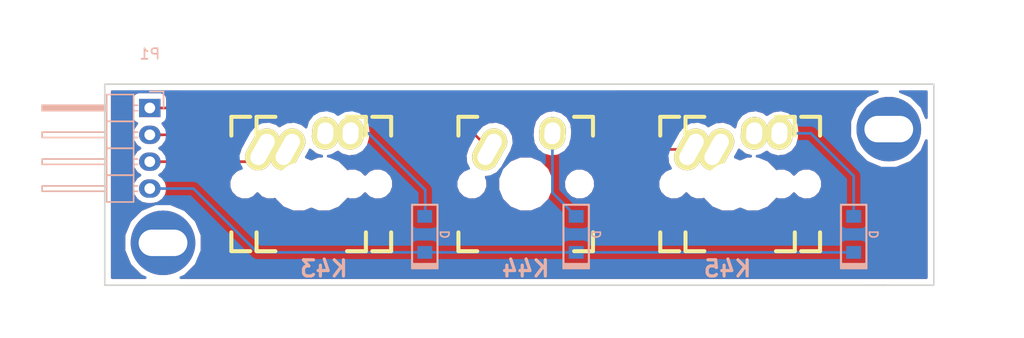
<source format=kicad_pcb>
(kicad_pcb (version 4) (host pcbnew 4.0.5+dfsg1-4)

  (general
    (links 13)
    (no_connects 0)
    (area 95.924999 61.924999 174.325001 81.075001)
    (thickness 1.6)
    (drawings 12)
    (tracks 30)
    (zones 0)
    (modules 11)
    (nets 8)
  )

  (page A4)
  (layers
    (0 F.Cu signal)
    (31 B.Cu signal)
    (32 B.Adhes user)
    (33 F.Adhes user)
    (34 B.Paste user)
    (35 F.Paste user)
    (36 B.SilkS user)
    (37 F.SilkS user)
    (38 B.Mask user)
    (39 F.Mask user)
    (40 Dwgs.User user)
    (41 Cmts.User user)
    (42 Eco1.User user)
    (43 Eco2.User user)
    (44 Edge.Cuts user)
    (45 Margin user)
    (46 B.CrtYd user)
    (47 F.CrtYd user)
    (48 B.Fab user)
    (49 F.Fab user)
  )

  (setup
    (last_trace_width 0.25)
    (trace_clearance 0.2)
    (zone_clearance 0.508)
    (zone_45_only no)
    (trace_min 0.2)
    (segment_width 0.2)
    (edge_width 0.15)
    (via_size 0.6)
    (via_drill 0.4)
    (via_min_size 0.4)
    (via_min_drill 0.3)
    (uvia_size 0.3)
    (uvia_drill 0.1)
    (uvias_allowed no)
    (uvia_min_size 0.2)
    (uvia_min_drill 0.1)
    (pcb_text_width 0.3)
    (pcb_text_size 1.5 1.5)
    (mod_edge_width 0.15)
    (mod_text_size 1 1)
    (mod_text_width 0.15)
    (pad_size 1.524 1.524)
    (pad_drill 0.762)
    (pad_to_mask_clearance 0.2)
    (aux_axis_origin 0 0)
    (visible_elements FFFFFF7F)
    (pcbplotparams
      (layerselection 0x00030_80000001)
      (usegerberextensions false)
      (excludeedgelayer true)
      (linewidth 0.100000)
      (plotframeref false)
      (viasonmask false)
      (mode 1)
      (useauxorigin false)
      (hpglpennumber 1)
      (hpglpenspeed 20)
      (hpglpendiameter 15)
      (hpglpenoverlay 2)
      (psnegative false)
      (psa4output false)
      (plotreference true)
      (plotvalue true)
      (plotinvisibletext false)
      (padsonsilk false)
      (subtractmaskfromsilk false)
      (outputformat 1)
      (mirror false)
      (drillshape 1)
      (scaleselection 1)
      (outputdirectory ""))
  )

  (net 0 "")
  (net 1 "Net-(D1-Pad2)")
  (net 2 Row4)
  (net 3 "Net-(D2-Pad2)")
  (net 4 "Net-(D3-Pad2)")
  (net 5 Col3)
  (net 6 Col4)
  (net 7 Col5)

  (net_class Default "This is the default net class."
    (clearance 0.2)
    (trace_width 0.25)
    (via_dia 0.6)
    (via_drill 0.4)
    (uvia_dia 0.3)
    (uvia_drill 0.1)
    (add_net Col3)
    (add_net Col4)
    (add_net Col5)
    (add_net "Net-(D1-Pad2)")
    (add_net "Net-(D2-Pad2)")
    (add_net "Net-(D3-Pad2)")
    (add_net Row4)
  )

  (module Footprint:Poker_oval_hole (layer F.Cu) (tedit 53EE2BFE) (tstamp 593CF7F8)
    (at 170 66.25)
    (fp_text reference Poker_oval_hole (at 0 0) (layer F.SilkS) hide
      (effects (font (size 1 1) (thickness 0.15)))
    )
    (fp_text value VAL** (at 0 0) (layer F.SilkS) hide
      (effects (font (size 1 1) (thickness 0.15)))
    )
    (pad "" thru_hole circle (at 0 0) (size 6.1 6.1) (drill oval 4.6 2.5) (layers *.Cu *.Mask))
  )

  (module Footprint:D_SOD123 (layer B.Cu) (tedit 561B69D3) (tstamp 5931545C)
    (at 126.20625 76.2 90)
    (path /59315914)
    (attr smd)
    (fp_text reference D1 (at 0 -1.925 90) (layer B.SilkS) hide
      (effects (font (size 0.8 0.8) (thickness 0.15)) (justify mirror))
    )
    (fp_text value D (at 0 1.925 90) (layer B.SilkS)
      (effects (font (size 0.8 0.8) (thickness 0.15)) (justify mirror))
    )
    (fp_line (start -3.075 -1.2) (end -3.075 1.2) (layer B.SilkS) (width 0.2))
    (fp_line (start -2.8 1.2) (end -2.8 -1.2) (layer B.SilkS) (width 0.2))
    (fp_line (start -2.925 1.2) (end -2.925 -1.2) (layer B.SilkS) (width 0.2))
    (fp_line (start -3.2 1.2) (end 2.8 1.2) (layer B.SilkS) (width 0.2))
    (fp_line (start 2.8 1.2) (end 2.8 -1.2) (layer B.SilkS) (width 0.2))
    (fp_line (start 2.8 -1.2) (end -3.2 -1.2) (layer B.SilkS) (width 0.2))
    (fp_line (start -3.2 -1.2) (end -3.2 1.2) (layer B.SilkS) (width 0.2))
    (pad 2 smd rect (at 1.7 0 90) (size 1.2 1.4) (layers B.Cu B.Paste B.Mask)
      (net 1 "Net-(D1-Pad2)"))
    (pad 1 smd rect (at -1.7 0 90) (size 1.2 1.4) (layers B.Cu B.Paste B.Mask)
      (net 2 Row4))
  )

  (module Footprint:D_SOD123 (layer B.Cu) (tedit 561B69D3) (tstamp 59315462)
    (at 140.49375 76.2 90)
    (path /593159AD)
    (attr smd)
    (fp_text reference D2 (at 0 -1.925 90) (layer B.SilkS) hide
      (effects (font (size 0.8 0.8) (thickness 0.15)) (justify mirror))
    )
    (fp_text value D (at 0 1.925 90) (layer B.SilkS)
      (effects (font (size 0.8 0.8) (thickness 0.15)) (justify mirror))
    )
    (fp_line (start -3.075 -1.2) (end -3.075 1.2) (layer B.SilkS) (width 0.2))
    (fp_line (start -2.8 1.2) (end -2.8 -1.2) (layer B.SilkS) (width 0.2))
    (fp_line (start -2.925 1.2) (end -2.925 -1.2) (layer B.SilkS) (width 0.2))
    (fp_line (start -3.2 1.2) (end 2.8 1.2) (layer B.SilkS) (width 0.2))
    (fp_line (start 2.8 1.2) (end 2.8 -1.2) (layer B.SilkS) (width 0.2))
    (fp_line (start 2.8 -1.2) (end -3.2 -1.2) (layer B.SilkS) (width 0.2))
    (fp_line (start -3.2 -1.2) (end -3.2 1.2) (layer B.SilkS) (width 0.2))
    (pad 2 smd rect (at 1.7 0 90) (size 1.2 1.4) (layers B.Cu B.Paste B.Mask)
      (net 3 "Net-(D2-Pad2)"))
    (pad 1 smd rect (at -1.7 0 90) (size 1.2 1.4) (layers B.Cu B.Paste B.Mask)
      (net 2 Row4))
  )

  (module Footprint:D_SOD123 (layer B.Cu) (tedit 561B69D3) (tstamp 59315468)
    (at 166.6875 76.2 90)
    (path /593159F6)
    (attr smd)
    (fp_text reference D3 (at 0 -1.925 90) (layer B.SilkS) hide
      (effects (font (size 0.8 0.8) (thickness 0.15)) (justify mirror))
    )
    (fp_text value D (at 0 1.925 90) (layer B.SilkS)
      (effects (font (size 0.8 0.8) (thickness 0.15)) (justify mirror))
    )
    (fp_line (start -3.075 -1.2) (end -3.075 1.2) (layer B.SilkS) (width 0.2))
    (fp_line (start -2.8 1.2) (end -2.8 -1.2) (layer B.SilkS) (width 0.2))
    (fp_line (start -2.925 1.2) (end -2.925 -1.2) (layer B.SilkS) (width 0.2))
    (fp_line (start -3.2 1.2) (end 2.8 1.2) (layer B.SilkS) (width 0.2))
    (fp_line (start 2.8 1.2) (end 2.8 -1.2) (layer B.SilkS) (width 0.2))
    (fp_line (start 2.8 -1.2) (end -3.2 -1.2) (layer B.SilkS) (width 0.2))
    (fp_line (start -3.2 -1.2) (end -3.2 1.2) (layer B.SilkS) (width 0.2))
    (pad 2 smd rect (at 1.7 0 90) (size 1.2 1.4) (layers B.Cu B.Paste B.Mask)
      (net 4 "Net-(D3-Pad2)"))
    (pad 1 smd rect (at -1.7 0 90) (size 1.2 1.4) (layers B.Cu B.Paste B.Mask)
      (net 2 Row4))
  )

  (module Footprint:Mx_Alps_100 (layer F.Cu) (tedit 5917035E) (tstamp 59315471)
    (at 116.68125 71.4375)
    (descr MXALPS)
    (tags MXALPS)
    (path /593156D7)
    (fp_text reference K1 (at 0 5) (layer B.SilkS) hide
      (effects (font (size 1 1) (thickness 0.2)) (justify mirror))
    )
    (fp_text value K43 (at 0 8) (layer B.SilkS)
      (effects (font (thickness 0.3048)) (justify mirror))
    )
    (fp_line (start -6.35 -6.35) (end 6.35 -6.35) (layer Cmts.User) (width 0.1524))
    (fp_line (start 6.35 -6.35) (end 6.35 6.35) (layer Cmts.User) (width 0.1524))
    (fp_line (start 6.35 6.35) (end -6.35 6.35) (layer Cmts.User) (width 0.1524))
    (fp_line (start -6.35 6.35) (end -6.35 -6.35) (layer Cmts.User) (width 0.1524))
    (fp_line (start -9.398 -9.398) (end 9.398 -9.398) (layer Dwgs.User) (width 0.1524))
    (fp_line (start 9.398 -9.398) (end 9.398 9.398) (layer Dwgs.User) (width 0.1524))
    (fp_line (start 9.398 9.398) (end -9.398 9.398) (layer Dwgs.User) (width 0.1524))
    (fp_line (start -9.398 9.398) (end -9.398 -9.398) (layer Dwgs.User) (width 0.1524))
    (fp_line (start -6.35 -6.35) (end -4.572 -6.35) (layer F.SilkS) (width 0.381))
    (fp_line (start 4.572 -6.35) (end 6.35 -6.35) (layer F.SilkS) (width 0.381))
    (fp_line (start 6.35 -6.35) (end 6.35 -4.572) (layer F.SilkS) (width 0.381))
    (fp_line (start 6.35 4.572) (end 6.35 6.35) (layer F.SilkS) (width 0.381))
    (fp_line (start 6.35 6.35) (end 4.572 6.35) (layer F.SilkS) (width 0.381))
    (fp_line (start -4.572 6.35) (end -6.35 6.35) (layer F.SilkS) (width 0.381))
    (fp_line (start -6.35 6.35) (end -6.35 4.572) (layer F.SilkS) (width 0.381))
    (fp_line (start -6.35 -4.572) (end -6.35 -6.35) (layer F.SilkS) (width 0.381))
    (fp_line (start -6.985 -6.985) (end 6.985 -6.985) (layer Eco2.User) (width 0.1524))
    (fp_line (start 6.985 -6.985) (end 6.985 6.985) (layer Eco2.User) (width 0.1524))
    (fp_line (start 6.985 6.985) (end -6.985 6.985) (layer Eco2.User) (width 0.1524))
    (fp_line (start -6.985 6.985) (end -6.985 -6.985) (layer Eco2.User) (width 0.1524))
    (fp_line (start -7.75 6.4) (end -7.75 -6.4) (layer Dwgs.User) (width 0.3))
    (fp_line (start -7.75 6.4) (end 7.75 6.4) (layer Dwgs.User) (width 0.3))
    (fp_line (start 7.75 6.4) (end 7.75 -6.4) (layer Dwgs.User) (width 0.3))
    (fp_line (start 7.75 -6.4) (end -7.75 -6.4) (layer Dwgs.User) (width 0.3))
    (fp_line (start -7.62 -7.62) (end 7.62 -7.62) (layer Dwgs.User) (width 0.3))
    (fp_line (start 7.62 -7.62) (end 7.62 7.62) (layer Dwgs.User) (width 0.3))
    (fp_line (start 7.62 7.62) (end -7.62 7.62) (layer Dwgs.User) (width 0.3))
    (fp_line (start -7.62 7.62) (end -7.62 -7.62) (layer Dwgs.User) (width 0.3))
    (pad HOLE np_thru_hole circle (at 0 0) (size 3.9878 3.9878) (drill 3.9878) (layers *.Cu))
    (pad HOLE np_thru_hole circle (at -5.08 0) (size 1.7018 1.7018) (drill 1.7018) (layers *.Cu))
    (pad HOLE np_thru_hole circle (at 5.08 0) (size 1.7018 1.7018) (drill 1.7018) (layers *.Cu))
    (pad 1 thru_hole oval (at -3.405 -3.27 330.95) (size 2.5 4.17) (drill oval 1.5 3.17) (layers *.Cu *.Mask F.SilkS)
      (net 5 Col3))
    (pad 2 thru_hole oval (at 2.52 -4.79 356.1) (size 2.5 3.08) (drill oval 1.5 2.08) (layers *.Cu *.Mask F.SilkS)
      (net 1 "Net-(D1-Pad2)"))
    (model ../../../../../home/dbroqua/Webstorm/dbroqua/DK60/Footprint/3D/Mx_Alps_100.wrl
      (at (xyz 0 0 -0.02))
      (scale (xyz 0.4 0.4 0.4))
      (rotate (xyz 0 180 0))
    )
  )

  (module Footprint:Mx_Alps_125 (layer F.Cu) (tedit 5933CB26) (tstamp 5931547A)
    (at 114.3 71.4375)
    (descr MXALPS)
    (tags MXALPS)
    (path /59315811)
    (fp_text reference K2 (at 0 4) (layer B.SilkS) hide
      (effects (font (size 1 1) (thickness 0.2)) (justify mirror))
    )
    (fp_text value K43 (at 0 8) (layer B.SilkS) hide
      (effects (font (thickness 0.3048)) (justify mirror))
    )
    (fp_line (start -6.35 -6.35) (end 6.35 -6.35) (layer Cmts.User) (width 0.1524))
    (fp_line (start 6.35 -6.35) (end 6.35 6.35) (layer Cmts.User) (width 0.1524))
    (fp_line (start 6.35 6.35) (end -6.35 6.35) (layer Cmts.User) (width 0.1524))
    (fp_line (start -6.35 6.35) (end -6.35 -6.35) (layer Cmts.User) (width 0.1524))
    (fp_line (start -11.78052 -9.398) (end 11.78052 -9.398) (layer Dwgs.User) (width 0.1524))
    (fp_line (start 11.78052 -9.398) (end 11.78052 9.398) (layer Dwgs.User) (width 0.1524))
    (fp_line (start 11.78052 9.398) (end -11.78052 9.398) (layer Dwgs.User) (width 0.1524))
    (fp_line (start -11.78052 9.398) (end -11.78052 -9.398) (layer Dwgs.User) (width 0.1524))
    (fp_line (start -6.35 -6.35) (end -4.572 -6.35) (layer F.SilkS) (width 0.381))
    (fp_line (start 4.572 -6.35) (end 6.35 -6.35) (layer F.SilkS) (width 0.381))
    (fp_line (start 6.35 -6.35) (end 6.35 -4.572) (layer F.SilkS) (width 0.381))
    (fp_line (start 6.35 4.572) (end 6.35 6.35) (layer F.SilkS) (width 0.381))
    (fp_line (start 6.35 6.35) (end 4.572 6.35) (layer F.SilkS) (width 0.381))
    (fp_line (start -4.572 6.35) (end -6.35 6.35) (layer F.SilkS) (width 0.381))
    (fp_line (start -6.35 6.35) (end -6.35 4.572) (layer F.SilkS) (width 0.381))
    (fp_line (start -6.35 -4.572) (end -6.35 -6.35) (layer F.SilkS) (width 0.381))
    (fp_line (start -6.985 -6.985) (end 6.985 -6.985) (layer Eco2.User) (width 0.1524))
    (fp_line (start 6.985 -6.985) (end 6.985 6.985) (layer Eco2.User) (width 0.1524))
    (fp_line (start 6.985 6.985) (end -6.985 6.985) (layer Eco2.User) (width 0.1524))
    (fp_line (start -6.985 6.985) (end -6.985 -6.985) (layer Eco2.User) (width 0.1524))
    (fp_line (start -7.75 6.4) (end -7.75 -6.4) (layer Dwgs.User) (width 0.3))
    (fp_line (start -7.75 6.4) (end 7.75 6.4) (layer Dwgs.User) (width 0.3))
    (fp_line (start 7.75 6.4) (end 7.75 -6.4) (layer Dwgs.User) (width 0.3))
    (fp_line (start 7.75 -6.4) (end -7.75 -6.4) (layer Dwgs.User) (width 0.3))
    (fp_line (start -7.62 -7.62) (end 7.62 -7.62) (layer Dwgs.User) (width 0.3))
    (fp_line (start 7.62 -7.62) (end 7.62 7.62) (layer Dwgs.User) (width 0.3))
    (fp_line (start 7.62 7.62) (end -7.62 7.62) (layer Dwgs.User) (width 0.3))
    (fp_line (start -7.62 7.62) (end -7.62 -7.62) (layer Dwgs.User) (width 0.3))
    (pad HOLE np_thru_hole circle (at 0 0) (size 3.9878 3.9878) (drill 3.9878) (layers *.Cu))
    (pad HOLE np_thru_hole circle (at -5.08 0) (size 1.7018 1.7018) (drill 1.7018) (layers *.Cu))
    (pad HOLE np_thru_hole circle (at 5.08 0) (size 1.7018 1.7018) (drill 1.7018) (layers *.Cu))
    (pad 1 thru_hole oval (at -3.405 -3.27 330.95) (size 2.5 4.17) (drill oval 1.5 3.17) (layers *.Cu *.Mask F.SilkS)
      (net 5 Col3))
    (pad 2 thru_hole oval (at 2.52 -4.79 356.1) (size 2.5 3.08) (drill oval 1.5 2.08) (layers *.Cu *.Mask F.SilkS)
      (net 1 "Net-(D1-Pad2)"))
    (model ../../../../../home/dbroqua/Webstorm/dbroqua/DK60/Footprint/3D/Mx_Alps_100.wrl
      (at (xyz 0 0 -0.02))
      (scale (xyz 0.4 0.4 0.4))
      (rotate (xyz 0 180 0))
    )
  )

  (module Footprint:Mx_Alps_100 (layer F.Cu) (tedit 5917035E) (tstamp 59315483)
    (at 135.73125 71.4375)
    (descr MXALPS)
    (tags MXALPS)
    (path /5931582D)
    (fp_text reference K3 (at 0 5) (layer B.SilkS) hide
      (effects (font (size 1 1) (thickness 0.2)) (justify mirror))
    )
    (fp_text value K44 (at 0 8) (layer B.SilkS)
      (effects (font (thickness 0.3048)) (justify mirror))
    )
    (fp_line (start -6.35 -6.35) (end 6.35 -6.35) (layer Cmts.User) (width 0.1524))
    (fp_line (start 6.35 -6.35) (end 6.35 6.35) (layer Cmts.User) (width 0.1524))
    (fp_line (start 6.35 6.35) (end -6.35 6.35) (layer Cmts.User) (width 0.1524))
    (fp_line (start -6.35 6.35) (end -6.35 -6.35) (layer Cmts.User) (width 0.1524))
    (fp_line (start -9.398 -9.398) (end 9.398 -9.398) (layer Dwgs.User) (width 0.1524))
    (fp_line (start 9.398 -9.398) (end 9.398 9.398) (layer Dwgs.User) (width 0.1524))
    (fp_line (start 9.398 9.398) (end -9.398 9.398) (layer Dwgs.User) (width 0.1524))
    (fp_line (start -9.398 9.398) (end -9.398 -9.398) (layer Dwgs.User) (width 0.1524))
    (fp_line (start -6.35 -6.35) (end -4.572 -6.35) (layer F.SilkS) (width 0.381))
    (fp_line (start 4.572 -6.35) (end 6.35 -6.35) (layer F.SilkS) (width 0.381))
    (fp_line (start 6.35 -6.35) (end 6.35 -4.572) (layer F.SilkS) (width 0.381))
    (fp_line (start 6.35 4.572) (end 6.35 6.35) (layer F.SilkS) (width 0.381))
    (fp_line (start 6.35 6.35) (end 4.572 6.35) (layer F.SilkS) (width 0.381))
    (fp_line (start -4.572 6.35) (end -6.35 6.35) (layer F.SilkS) (width 0.381))
    (fp_line (start -6.35 6.35) (end -6.35 4.572) (layer F.SilkS) (width 0.381))
    (fp_line (start -6.35 -4.572) (end -6.35 -6.35) (layer F.SilkS) (width 0.381))
    (fp_line (start -6.985 -6.985) (end 6.985 -6.985) (layer Eco2.User) (width 0.1524))
    (fp_line (start 6.985 -6.985) (end 6.985 6.985) (layer Eco2.User) (width 0.1524))
    (fp_line (start 6.985 6.985) (end -6.985 6.985) (layer Eco2.User) (width 0.1524))
    (fp_line (start -6.985 6.985) (end -6.985 -6.985) (layer Eco2.User) (width 0.1524))
    (fp_line (start -7.75 6.4) (end -7.75 -6.4) (layer Dwgs.User) (width 0.3))
    (fp_line (start -7.75 6.4) (end 7.75 6.4) (layer Dwgs.User) (width 0.3))
    (fp_line (start 7.75 6.4) (end 7.75 -6.4) (layer Dwgs.User) (width 0.3))
    (fp_line (start 7.75 -6.4) (end -7.75 -6.4) (layer Dwgs.User) (width 0.3))
    (fp_line (start -7.62 -7.62) (end 7.62 -7.62) (layer Dwgs.User) (width 0.3))
    (fp_line (start 7.62 -7.62) (end 7.62 7.62) (layer Dwgs.User) (width 0.3))
    (fp_line (start 7.62 7.62) (end -7.62 7.62) (layer Dwgs.User) (width 0.3))
    (fp_line (start -7.62 7.62) (end -7.62 -7.62) (layer Dwgs.User) (width 0.3))
    (pad HOLE np_thru_hole circle (at 0 0) (size 3.9878 3.9878) (drill 3.9878) (layers *.Cu))
    (pad HOLE np_thru_hole circle (at -5.08 0) (size 1.7018 1.7018) (drill 1.7018) (layers *.Cu))
    (pad HOLE np_thru_hole circle (at 5.08 0) (size 1.7018 1.7018) (drill 1.7018) (layers *.Cu))
    (pad 1 thru_hole oval (at -3.405 -3.27 330.95) (size 2.5 4.17) (drill oval 1.5 3.17) (layers *.Cu *.Mask F.SilkS)
      (net 6 Col4))
    (pad 2 thru_hole oval (at 2.52 -4.79 356.1) (size 2.5 3.08) (drill oval 1.5 2.08) (layers *.Cu *.Mask F.SilkS)
      (net 3 "Net-(D2-Pad2)"))
    (model ../../../../../home/dbroqua/Webstorm/dbroqua/DK60/Footprint/3D/Mx_Alps_100.wrl
      (at (xyz 0 0 -0.02))
      (scale (xyz 0.4 0.4 0.4))
      (rotate (xyz 0 180 0))
    )
  )

  (module Footprint:Mx_Alps_100 (layer F.Cu) (tedit 5917035E) (tstamp 5931548C)
    (at 154.78125 71.4375)
    (descr MXALPS)
    (tags MXALPS)
    (path /593158A2)
    (fp_text reference K4 (at 0 5) (layer B.SilkS) hide
      (effects (font (size 1 1) (thickness 0.2)) (justify mirror))
    )
    (fp_text value K45 (at 0 8) (layer B.SilkS)
      (effects (font (thickness 0.3048)) (justify mirror))
    )
    (fp_line (start -6.35 -6.35) (end 6.35 -6.35) (layer Cmts.User) (width 0.1524))
    (fp_line (start 6.35 -6.35) (end 6.35 6.35) (layer Cmts.User) (width 0.1524))
    (fp_line (start 6.35 6.35) (end -6.35 6.35) (layer Cmts.User) (width 0.1524))
    (fp_line (start -6.35 6.35) (end -6.35 -6.35) (layer Cmts.User) (width 0.1524))
    (fp_line (start -9.398 -9.398) (end 9.398 -9.398) (layer Dwgs.User) (width 0.1524))
    (fp_line (start 9.398 -9.398) (end 9.398 9.398) (layer Dwgs.User) (width 0.1524))
    (fp_line (start 9.398 9.398) (end -9.398 9.398) (layer Dwgs.User) (width 0.1524))
    (fp_line (start -9.398 9.398) (end -9.398 -9.398) (layer Dwgs.User) (width 0.1524))
    (fp_line (start -6.35 -6.35) (end -4.572 -6.35) (layer F.SilkS) (width 0.381))
    (fp_line (start 4.572 -6.35) (end 6.35 -6.35) (layer F.SilkS) (width 0.381))
    (fp_line (start 6.35 -6.35) (end 6.35 -4.572) (layer F.SilkS) (width 0.381))
    (fp_line (start 6.35 4.572) (end 6.35 6.35) (layer F.SilkS) (width 0.381))
    (fp_line (start 6.35 6.35) (end 4.572 6.35) (layer F.SilkS) (width 0.381))
    (fp_line (start -4.572 6.35) (end -6.35 6.35) (layer F.SilkS) (width 0.381))
    (fp_line (start -6.35 6.35) (end -6.35 4.572) (layer F.SilkS) (width 0.381))
    (fp_line (start -6.35 -4.572) (end -6.35 -6.35) (layer F.SilkS) (width 0.381))
    (fp_line (start -6.985 -6.985) (end 6.985 -6.985) (layer Eco2.User) (width 0.1524))
    (fp_line (start 6.985 -6.985) (end 6.985 6.985) (layer Eco2.User) (width 0.1524))
    (fp_line (start 6.985 6.985) (end -6.985 6.985) (layer Eco2.User) (width 0.1524))
    (fp_line (start -6.985 6.985) (end -6.985 -6.985) (layer Eco2.User) (width 0.1524))
    (fp_line (start -7.75 6.4) (end -7.75 -6.4) (layer Dwgs.User) (width 0.3))
    (fp_line (start -7.75 6.4) (end 7.75 6.4) (layer Dwgs.User) (width 0.3))
    (fp_line (start 7.75 6.4) (end 7.75 -6.4) (layer Dwgs.User) (width 0.3))
    (fp_line (start 7.75 -6.4) (end -7.75 -6.4) (layer Dwgs.User) (width 0.3))
    (fp_line (start -7.62 -7.62) (end 7.62 -7.62) (layer Dwgs.User) (width 0.3))
    (fp_line (start 7.62 -7.62) (end 7.62 7.62) (layer Dwgs.User) (width 0.3))
    (fp_line (start 7.62 7.62) (end -7.62 7.62) (layer Dwgs.User) (width 0.3))
    (fp_line (start -7.62 7.62) (end -7.62 -7.62) (layer Dwgs.User) (width 0.3))
    (pad HOLE np_thru_hole circle (at 0 0) (size 3.9878 3.9878) (drill 3.9878) (layers *.Cu))
    (pad HOLE np_thru_hole circle (at -5.08 0) (size 1.7018 1.7018) (drill 1.7018) (layers *.Cu))
    (pad HOLE np_thru_hole circle (at 5.08 0) (size 1.7018 1.7018) (drill 1.7018) (layers *.Cu))
    (pad 1 thru_hole oval (at -3.405 -3.27 330.95) (size 2.5 4.17) (drill oval 1.5 3.17) (layers *.Cu *.Mask F.SilkS)
      (net 7 Col5))
    (pad 2 thru_hole oval (at 2.52 -4.79 356.1) (size 2.5 3.08) (drill oval 1.5 2.08) (layers *.Cu *.Mask F.SilkS)
      (net 4 "Net-(D3-Pad2)"))
    (model ../../../../../home/dbroqua/Webstorm/dbroqua/DK60/Footprint/3D/Mx_Alps_100.wrl
      (at (xyz 0 0 -0.02))
      (scale (xyz 0.4 0.4 0.4))
      (rotate (xyz 0 180 0))
    )
  )

  (module Footprint:Mx_Alps_125 (layer F.Cu) (tedit 5933CB2C) (tstamp 59315495)
    (at 157.1625 71.4375)
    (descr MXALPS)
    (tags MXALPS)
    (path /593158F2)
    (fp_text reference K5 (at 0 4) (layer B.SilkS) hide
      (effects (font (size 1 1) (thickness 0.2)) (justify mirror))
    )
    (fp_text value K45 (at 0 8) (layer B.SilkS) hide
      (effects (font (thickness 0.3048)) (justify mirror))
    )
    (fp_line (start -6.35 -6.35) (end 6.35 -6.35) (layer Cmts.User) (width 0.1524))
    (fp_line (start 6.35 -6.35) (end 6.35 6.35) (layer Cmts.User) (width 0.1524))
    (fp_line (start 6.35 6.35) (end -6.35 6.35) (layer Cmts.User) (width 0.1524))
    (fp_line (start -6.35 6.35) (end -6.35 -6.35) (layer Cmts.User) (width 0.1524))
    (fp_line (start -11.78052 -9.398) (end 11.78052 -9.398) (layer Dwgs.User) (width 0.1524))
    (fp_line (start 11.78052 -9.398) (end 11.78052 9.398) (layer Dwgs.User) (width 0.1524))
    (fp_line (start 11.78052 9.398) (end -11.78052 9.398) (layer Dwgs.User) (width 0.1524))
    (fp_line (start -11.78052 9.398) (end -11.78052 -9.398) (layer Dwgs.User) (width 0.1524))
    (fp_line (start -6.35 -6.35) (end -4.572 -6.35) (layer F.SilkS) (width 0.381))
    (fp_line (start 4.572 -6.35) (end 6.35 -6.35) (layer F.SilkS) (width 0.381))
    (fp_line (start 6.35 -6.35) (end 6.35 -4.572) (layer F.SilkS) (width 0.381))
    (fp_line (start 6.35 4.572) (end 6.35 6.35) (layer F.SilkS) (width 0.381))
    (fp_line (start 6.35 6.35) (end 4.572 6.35) (layer F.SilkS) (width 0.381))
    (fp_line (start -4.572 6.35) (end -6.35 6.35) (layer F.SilkS) (width 0.381))
    (fp_line (start -6.35 6.35) (end -6.35 4.572) (layer F.SilkS) (width 0.381))
    (fp_line (start -6.35 -4.572) (end -6.35 -6.35) (layer F.SilkS) (width 0.381))
    (fp_line (start -6.985 -6.985) (end 6.985 -6.985) (layer Eco2.User) (width 0.1524))
    (fp_line (start 6.985 -6.985) (end 6.985 6.985) (layer Eco2.User) (width 0.1524))
    (fp_line (start 6.985 6.985) (end -6.985 6.985) (layer Eco2.User) (width 0.1524))
    (fp_line (start -6.985 6.985) (end -6.985 -6.985) (layer Eco2.User) (width 0.1524))
    (fp_line (start -7.75 6.4) (end -7.75 -6.4) (layer Dwgs.User) (width 0.3))
    (fp_line (start -7.75 6.4) (end 7.75 6.4) (layer Dwgs.User) (width 0.3))
    (fp_line (start 7.75 6.4) (end 7.75 -6.4) (layer Dwgs.User) (width 0.3))
    (fp_line (start 7.75 -6.4) (end -7.75 -6.4) (layer Dwgs.User) (width 0.3))
    (fp_line (start -7.62 -7.62) (end 7.62 -7.62) (layer Dwgs.User) (width 0.3))
    (fp_line (start 7.62 -7.62) (end 7.62 7.62) (layer Dwgs.User) (width 0.3))
    (fp_line (start 7.62 7.62) (end -7.62 7.62) (layer Dwgs.User) (width 0.3))
    (fp_line (start -7.62 7.62) (end -7.62 -7.62) (layer Dwgs.User) (width 0.3))
    (pad HOLE np_thru_hole circle (at 0 0) (size 3.9878 3.9878) (drill 3.9878) (layers *.Cu))
    (pad HOLE np_thru_hole circle (at -5.08 0) (size 1.7018 1.7018) (drill 1.7018) (layers *.Cu))
    (pad HOLE np_thru_hole circle (at 5.08 0) (size 1.7018 1.7018) (drill 1.7018) (layers *.Cu))
    (pad 1 thru_hole oval (at -3.405 -3.27 330.95) (size 2.5 4.17) (drill oval 1.5 3.17) (layers *.Cu *.Mask F.SilkS)
      (net 7 Col5))
    (pad 2 thru_hole oval (at 2.52 -4.79 356.1) (size 2.5 3.08) (drill oval 1.5 2.08) (layers *.Cu *.Mask F.SilkS)
      (net 4 "Net-(D3-Pad2)"))
    (model ../../../../../home/dbroqua/Webstorm/dbroqua/DK60/Footprint/3D/Mx_Alps_100.wrl
      (at (xyz 0 0 -0.02))
      (scale (xyz 0.4 0.4 0.4))
      (rotate (xyz 0 180 0))
    )
  )

  (module Pin_Headers:Pin_Header_Angled_1x04 (layer B.Cu) (tedit 0) (tstamp 593155A4)
    (at 100.25 64.25 180)
    (descr "Through hole pin header")
    (tags "pin header")
    (path /59315D1F)
    (fp_text reference P1 (at 0 5.1 180) (layer B.SilkS)
      (effects (font (size 1 1) (thickness 0.15)) (justify mirror))
    )
    (fp_text value CONN_01X04 (at 0 3.1 180) (layer B.Fab)
      (effects (font (size 1 1) (thickness 0.15)) (justify mirror))
    )
    (fp_line (start -1.5 1.75) (end -1.5 -9.4) (layer B.CrtYd) (width 0.05))
    (fp_line (start 10.65 1.75) (end 10.65 -9.4) (layer B.CrtYd) (width 0.05))
    (fp_line (start -1.5 1.75) (end 10.65 1.75) (layer B.CrtYd) (width 0.05))
    (fp_line (start -1.5 -9.4) (end 10.65 -9.4) (layer B.CrtYd) (width 0.05))
    (fp_line (start -1.3 1.55) (end -1.3 0) (layer B.SilkS) (width 0.15))
    (fp_line (start 0 1.55) (end -1.3 1.55) (layer B.SilkS) (width 0.15))
    (fp_line (start 4.191 0.127) (end 10.033 0.127) (layer B.SilkS) (width 0.15))
    (fp_line (start 10.033 0.127) (end 10.033 -0.127) (layer B.SilkS) (width 0.15))
    (fp_line (start 10.033 -0.127) (end 4.191 -0.127) (layer B.SilkS) (width 0.15))
    (fp_line (start 4.191 -0.127) (end 4.191 0) (layer B.SilkS) (width 0.15))
    (fp_line (start 4.191 0) (end 10.033 0) (layer B.SilkS) (width 0.15))
    (fp_line (start 1.524 0.254) (end 1.143 0.254) (layer B.SilkS) (width 0.15))
    (fp_line (start 1.524 -0.254) (end 1.143 -0.254) (layer B.SilkS) (width 0.15))
    (fp_line (start 1.524 -2.286) (end 1.143 -2.286) (layer B.SilkS) (width 0.15))
    (fp_line (start 1.524 -2.794) (end 1.143 -2.794) (layer B.SilkS) (width 0.15))
    (fp_line (start 1.524 -4.826) (end 1.143 -4.826) (layer B.SilkS) (width 0.15))
    (fp_line (start 1.524 -5.334) (end 1.143 -5.334) (layer B.SilkS) (width 0.15))
    (fp_line (start 1.524 -7.874) (end 1.143 -7.874) (layer B.SilkS) (width 0.15))
    (fp_line (start 1.524 -7.366) (end 1.143 -7.366) (layer B.SilkS) (width 0.15))
    (fp_line (start 1.524 1.27) (end 4.064 1.27) (layer B.SilkS) (width 0.15))
    (fp_line (start 1.524 -1.27) (end 4.064 -1.27) (layer B.SilkS) (width 0.15))
    (fp_line (start 1.524 -1.27) (end 1.524 -3.81) (layer B.SilkS) (width 0.15))
    (fp_line (start 1.524 -3.81) (end 4.064 -3.81) (layer B.SilkS) (width 0.15))
    (fp_line (start 4.064 -2.286) (end 10.16 -2.286) (layer B.SilkS) (width 0.15))
    (fp_line (start 10.16 -2.286) (end 10.16 -2.794) (layer B.SilkS) (width 0.15))
    (fp_line (start 10.16 -2.794) (end 4.064 -2.794) (layer B.SilkS) (width 0.15))
    (fp_line (start 4.064 -3.81) (end 4.064 -1.27) (layer B.SilkS) (width 0.15))
    (fp_line (start 4.064 -1.27) (end 4.064 1.27) (layer B.SilkS) (width 0.15))
    (fp_line (start 10.16 -0.254) (end 4.064 -0.254) (layer B.SilkS) (width 0.15))
    (fp_line (start 10.16 0.254) (end 10.16 -0.254) (layer B.SilkS) (width 0.15))
    (fp_line (start 4.064 0.254) (end 10.16 0.254) (layer B.SilkS) (width 0.15))
    (fp_line (start 1.524 -1.27) (end 4.064 -1.27) (layer B.SilkS) (width 0.15))
    (fp_line (start 1.524 1.27) (end 1.524 -1.27) (layer B.SilkS) (width 0.15))
    (fp_line (start 1.524 -6.35) (end 4.064 -6.35) (layer B.SilkS) (width 0.15))
    (fp_line (start 1.524 -6.35) (end 1.524 -8.89) (layer B.SilkS) (width 0.15))
    (fp_line (start 1.524 -8.89) (end 4.064 -8.89) (layer B.SilkS) (width 0.15))
    (fp_line (start 4.064 -7.366) (end 10.16 -7.366) (layer B.SilkS) (width 0.15))
    (fp_line (start 10.16 -7.366) (end 10.16 -7.874) (layer B.SilkS) (width 0.15))
    (fp_line (start 10.16 -7.874) (end 4.064 -7.874) (layer B.SilkS) (width 0.15))
    (fp_line (start 4.064 -8.89) (end 4.064 -6.35) (layer B.SilkS) (width 0.15))
    (fp_line (start 4.064 -6.35) (end 4.064 -3.81) (layer B.SilkS) (width 0.15))
    (fp_line (start 10.16 -5.334) (end 4.064 -5.334) (layer B.SilkS) (width 0.15))
    (fp_line (start 10.16 -4.826) (end 10.16 -5.334) (layer B.SilkS) (width 0.15))
    (fp_line (start 4.064 -4.826) (end 10.16 -4.826) (layer B.SilkS) (width 0.15))
    (fp_line (start 1.524 -6.35) (end 4.064 -6.35) (layer B.SilkS) (width 0.15))
    (fp_line (start 1.524 -3.81) (end 1.524 -6.35) (layer B.SilkS) (width 0.15))
    (fp_line (start 1.524 -3.81) (end 4.064 -3.81) (layer B.SilkS) (width 0.15))
    (pad 1 thru_hole rect (at 0 0 180) (size 2.032 1.7272) (drill 1.016) (layers *.Cu *.Mask)
      (net 7 Col5))
    (pad 2 thru_hole oval (at 0 -2.54 180) (size 2.032 1.7272) (drill 1.016) (layers *.Cu *.Mask)
      (net 6 Col4))
    (pad 3 thru_hole oval (at 0 -5.08 180) (size 2.032 1.7272) (drill 1.016) (layers *.Cu *.Mask)
      (net 5 Col3))
    (pad 4 thru_hole oval (at 0 -7.62 180) (size 2.032 1.7272) (drill 1.016) (layers *.Cu *.Mask)
      (net 2 Row4))
    (model Pin_Headers.3dshapes/Pin_Header_Angled_1x04.wrl
      (at (xyz 0 -0.15 0))
      (scale (xyz 1 1 1))
      (rotate (xyz 0 0 90))
    )
  )

  (module Footprint:Poker_oval_hole (layer F.Cu) (tedit 53EE2BFE) (tstamp 5931561D)
    (at 101.5 77)
    (fp_text reference Poker_oval_hole (at 0 0) (layer F.SilkS) hide
      (effects (font (size 1 1) (thickness 0.15)))
    )
    (fp_text value VAL** (at 0 0) (layer F.SilkS) hide
      (effects (font (size 1 1) (thickness 0.15)))
    )
    (pad "" thru_hole circle (at 0 0) (size 6.1 6.1) (drill oval 4.6 2.5) (layers *.Cu *.Mask))
  )

  (dimension 4 (width 0.3) (layer Cmts.User)
    (gr_text "4.000 mm" (at 92.4 79 270) (layer Cmts.User)
      (effects (font (size 1.5 1.5) (thickness 0.3)))
    )
    (feature1 (pts (xy 101.5 81) (xy 91.05 81)))
    (feature2 (pts (xy 101.5 77) (xy 91.05 77)))
    (crossbar (pts (xy 93.75 77) (xy 93.75 81)))
    (arrow1a (pts (xy 93.75 81) (xy 93.163579 79.873496)))
    (arrow1b (pts (xy 93.75 81) (xy 94.336421 79.873496)))
    (arrow2a (pts (xy 93.75 77) (xy 93.163579 78.126504)))
    (arrow2b (pts (xy 93.75 77) (xy 94.336421 78.126504)))
  )
  (dimension 5.5 (width 0.3) (layer Cmts.User)
    (gr_text "5.500 mm" (at 98.75 86.6) (layer Cmts.User)
      (effects (font (size 1.5 1.5) (thickness 0.3)))
    )
    (feature1 (pts (xy 96 77) (xy 96 87.95)))
    (feature2 (pts (xy 101.5 77) (xy 101.5 87.95)))
    (crossbar (pts (xy 101.5 85.25) (xy 96 85.25)))
    (arrow1a (pts (xy 96 85.25) (xy 97.126504 84.663579)))
    (arrow1b (pts (xy 96 85.25) (xy 97.126504 85.836421)))
    (arrow2a (pts (xy 101.5 85.25) (xy 100.373496 84.663579)))
    (arrow2b (pts (xy 101.5 85.25) (xy 100.373496 85.836421)))
  )
  (dimension 4.25 (width 0.3) (layer Cmts.User)
    (gr_text "4.250 mm" (at 172.125 58.9) (layer Cmts.User)
      (effects (font (size 1.5 1.5) (thickness 0.3)))
    )
    (feature1 (pts (xy 174.25 66.25) (xy 174.25 57.55)))
    (feature2 (pts (xy 170 66.25) (xy 170 57.55)))
    (crossbar (pts (xy 170 60.25) (xy 174.25 60.25)))
    (arrow1a (pts (xy 174.25 60.25) (xy 173.123496 60.836421)))
    (arrow1b (pts (xy 174.25 60.25) (xy 173.123496 59.663579)))
    (arrow2a (pts (xy 170 60.25) (xy 171.126504 60.836421)))
    (arrow2b (pts (xy 170 60.25) (xy 171.126504 59.663579)))
  )
  (dimension 4.25 (width 0.3) (layer Cmts.User)
    (gr_text "4.250 mm" (at 176.25 72.25 90) (layer Cmts.User)
      (effects (font (size 1.5 1.5) (thickness 0.3)))
    )
    (feature1 (pts (xy 170 62) (xy 178.7 62)))
    (feature2 (pts (xy 170 66.25) (xy 178.7 66.25)))
    (crossbar (pts (xy 176 66.25) (xy 176 62)))
    (arrow1a (pts (xy 176 62) (xy 176.586421 63.126504)))
    (arrow1b (pts (xy 176 62) (xy 175.413579 63.126504)))
    (arrow2a (pts (xy 176 66.25) (xy 176.586421 65.123496)))
    (arrow2b (pts (xy 176 66.25) (xy 175.413579 65.123496)))
  )
  (dimension 19 (width 0.3) (layer Cmts.User)
    (gr_text "19.000 mm" (at 180.1 71.5 270) (layer Cmts.User)
      (effects (font (size 1.5 1.5) (thickness 0.3)))
    )
    (feature1 (pts (xy 174.25 81) (xy 181.45 81)))
    (feature2 (pts (xy 174.25 62) (xy 181.45 62)))
    (crossbar (pts (xy 178.75 62) (xy 178.75 81)))
    (arrow1a (pts (xy 178.75 81) (xy 178.163579 79.873496)))
    (arrow1b (pts (xy 178.75 81) (xy 179.336421 79.873496)))
    (arrow2a (pts (xy 178.75 62) (xy 178.163579 63.126504)))
    (arrow2b (pts (xy 178.75 62) (xy 179.336421 63.126504)))
  )
  (dimension 78.25 (width 0.3) (layer Cmts.User)
    (gr_text "78.250 mm" (at 135.125 55.9) (layer Cmts.User)
      (effects (font (size 1.5 1.5) (thickness 0.3)))
    )
    (feature1 (pts (xy 174.25 62) (xy 174.25 54.55)))
    (feature2 (pts (xy 96 62) (xy 96 54.55)))
    (crossbar (pts (xy 96 57.25) (xy 174.25 57.25)))
    (arrow1a (pts (xy 174.25 57.25) (xy 173.123496 57.836421)))
    (arrow1b (pts (xy 174.25 57.25) (xy 173.123496 56.663579)))
    (arrow2a (pts (xy 96 57.25) (xy 97.126504 57.836421)))
    (arrow2b (pts (xy 96 57.25) (xy 97.126504 56.663579)))
  )
  (gr_line (start 174.25 81) (end 167.75 81) (angle 90) (layer Edge.Cuts) (width 0.15))
  (gr_line (start 174.25 62) (end 174.25 81) (angle 90) (layer Edge.Cuts) (width 0.15))
  (gr_line (start 169.5 62) (end 174.25 62) (angle 90) (layer Edge.Cuts) (width 0.15))
  (gr_line (start 96 81) (end 96 62) (angle 90) (layer Edge.Cuts) (width 0.15))
  (gr_line (start 169.75 81) (end 96 81) (angle 90) (layer Edge.Cuts) (width 0.15))
  (gr_line (start 96 62) (end 169.75 62) (angle 90) (layer Edge.Cuts) (width 0.15))

  (segment (start 116.82 66.6475) (end 119.20125 66.6475) (width 0.25) (layer B.Cu) (net 1))
  (segment (start 119.20125 66.6475) (end 120.8975 66.6475) (width 0.25) (layer B.Cu) (net 1))
  (segment (start 120.8975 66.6475) (end 126.25 72) (width 0.25) (layer B.Cu) (net 1) (tstamp 593154E8))
  (segment (start 126.25 72) (end 126.25 74.25) (width 0.25) (layer B.Cu) (net 1) (tstamp 593154EA))
  (segment (start 126.20625 77.9) (end 110.4 77.9) (width 0.25) (layer B.Cu) (net 2))
  (segment (start 104.37 71.87) (end 100.25 71.87) (width 0.25) (layer B.Cu) (net 2) (tstamp 5931560A))
  (segment (start 110.4 77.9) (end 104.37 71.87) (width 0.25) (layer B.Cu) (net 2) (tstamp 59315608))
  (segment (start 140.49375 77.9) (end 166.6875 77.9) (width 0.25) (layer B.Cu) (net 2))
  (segment (start 126.20625 77.9) (end 140.49375 77.9) (width 0.25) (layer B.Cu) (net 2))
  (segment (start 138.25125 66.6475) (end 138.25125 72.2575) (width 0.25) (layer B.Cu) (net 3))
  (segment (start 138.25125 72.2575) (end 140.49375 74.5) (width 0.25) (layer B.Cu) (net 3) (tstamp 5931554F))
  (segment (start 159.6825 66.6475) (end 162.6475 66.6475) (width 0.25) (layer B.Cu) (net 4))
  (segment (start 166.6875 70.6875) (end 166.6875 74.5) (width 0.25) (layer B.Cu) (net 4) (tstamp 5931563C))
  (segment (start 162.6475 66.6475) (end 166.6875 70.6875) (width 0.25) (layer B.Cu) (net 4) (tstamp 5931563A))
  (segment (start 159.6825 66.6475) (end 159.6825 67.9325) (width 0.25) (layer B.Cu) (net 4))
  (segment (start 157.30125 66.6475) (end 159.6825 66.6475) (width 0.25) (layer B.Cu) (net 4))
  (segment (start 100.25 69.33) (end 109.7325 69.33) (width 0.25) (layer F.Cu) (net 5))
  (segment (start 109.7325 69.33) (end 110.895 68.1675) (width 0.25) (layer F.Cu) (net 5) (tstamp 5931A12F))
  (segment (start 110.2275 67.5) (end 110.895 68.1675) (width 0.25) (layer F.Cu) (net 5) (tstamp 593155BE))
  (segment (start 110.895 68.1675) (end 113.27625 68.1675) (width 0.25) (layer B.Cu) (net 5))
  (segment (start 100.25 66.79) (end 108.96 66.79) (width 0.25) (layer F.Cu) (net 6))
  (segment (start 128.40875 64.25) (end 132.32625 68.1675) (width 0.25) (layer F.Cu) (net 6) (tstamp 5931A138))
  (segment (start 111.5 64.25) (end 128.40875 64.25) (width 0.25) (layer F.Cu) (net 6) (tstamp 5931A136))
  (segment (start 108.96 66.79) (end 111.5 64.25) (width 0.25) (layer F.Cu) (net 6) (tstamp 5931A134))
  (segment (start 151.37625 68.1675) (end 148.6675 68.1675) (width 0.25) (layer F.Cu) (net 7))
  (segment (start 102.75 64.25) (end 100.25 64.25) (width 0.25) (layer F.Cu) (net 7) (tstamp 5931A142))
  (segment (start 104 63) (end 102.75 64.25) (width 0.25) (layer F.Cu) (net 7) (tstamp 5931A140))
  (segment (start 143.5 63) (end 104 63) (width 0.25) (layer F.Cu) (net 7) (tstamp 5931A13E))
  (segment (start 148.6675 68.1675) (end 143.5 63) (width 0.25) (layer F.Cu) (net 7) (tstamp 5931A13C))
  (segment (start 151.37625 68.1675) (end 153.7575 68.1675) (width 0.25) (layer B.Cu) (net 7))

  (zone (net 0) (net_name "") (layer B.Cu) (tstamp 59315667) (hatch edge 0.508)
    (connect_pads (clearance 0.508))
    (min_thickness 0.254)
    (fill yes (arc_segments 16) (thermal_gap 0.508) (thermal_bridge_width 0.508))
    (polygon
      (pts
        (xy 174.25 81) (xy 96 81) (xy 96 62) (xy 174.25 62)
      )
    )
    (filled_polygon
      (pts
        (xy 168.600563 62.84106) (xy 167.929709 63.114654) (xy 167.915599 63.124082) (xy 167.915342 63.124188) (xy 167.915144 63.124386)
        (xy 167.895584 63.137455) (xy 167.878499 63.160966) (xy 166.904755 64.133013) (xy 166.887455 64.145584) (xy 166.884048 64.153684)
        (xy 166.877831 64.15989) (xy 166.599991 64.829004) (xy 166.319059 65.496892) (xy 166.319011 65.505677) (xy 166.315641 65.513793)
        (xy 166.315009 66.238424) (xy 166.311052 66.962854) (xy 166.31437 66.970989) (xy 166.314362 66.979776) (xy 166.59106 67.649437)
        (xy 166.864654 68.320291) (xy 166.874082 68.334401) (xy 166.874188 68.334658) (xy 166.874386 68.334856) (xy 166.887455 68.354416)
        (xy 166.910966 68.371501) (xy 167.883013 69.345245) (xy 167.895584 69.362545) (xy 167.903684 69.365952) (xy 167.90989 69.372169)
        (xy 168.579004 69.650009) (xy 169.246892 69.930941) (xy 169.255677 69.930989) (xy 169.263793 69.934359) (xy 169.988424 69.934991)
        (xy 170.712854 69.938948) (xy 170.720989 69.93563) (xy 170.729776 69.935638) (xy 171.399437 69.65894) (xy 172.070291 69.385346)
        (xy 172.084401 69.375918) (xy 172.084658 69.375812) (xy 172.084856 69.375614) (xy 172.104416 69.362545) (xy 172.121501 69.339034)
        (xy 173.095245 68.366987) (xy 173.112545 68.354416) (xy 173.115952 68.346316) (xy 173.122169 68.34011) (xy 173.400009 67.670996)
        (xy 173.54 67.338182) (xy 173.54 80.29) (xy 103.191078 80.29) (xy 103.570291 80.135346) (xy 103.584401 80.125918)
        (xy 103.584658 80.125812) (xy 103.584856 80.125614) (xy 103.604416 80.112545) (xy 103.621501 80.089034) (xy 104.595245 79.116987)
        (xy 104.612545 79.104416) (xy 104.615952 79.096316) (xy 104.622169 79.09011) (xy 104.900009 78.420996) (xy 105.180941 77.753108)
        (xy 105.180989 77.744323) (xy 105.184359 77.736207) (xy 105.184991 77.011576) (xy 105.188948 76.287146) (xy 105.18563 76.279011)
        (xy 105.185638 76.270224) (xy 104.90894 75.600563) (xy 104.635346 74.929709) (xy 104.625918 74.915599) (xy 104.625812 74.915342)
        (xy 104.625614 74.915144) (xy 104.612545 74.895584) (xy 104.589034 74.878499) (xy 103.616987 73.904755) (xy 103.604416 73.887455)
        (xy 103.596316 73.884048) (xy 103.59011 73.877831) (xy 102.920996 73.599991) (xy 102.253108 73.319059) (xy 102.244323 73.319011)
        (xy 102.236207 73.315641) (xy 101.511576 73.315009) (xy 100.787146 73.311052) (xy 100.779011 73.31437) (xy 100.770224 73.314362)
        (xy 100.100563 73.59106) (xy 99.429709 73.864654) (xy 99.415599 73.874082) (xy 99.415342 73.874188) (xy 99.415144 73.874386)
        (xy 99.395584 73.887455) (xy 99.378499 73.910966) (xy 98.404755 74.883013) (xy 98.387455 74.895584) (xy 98.384048 74.903684)
        (xy 98.377831 74.90989) (xy 98.099991 75.579004) (xy 97.819059 76.246892) (xy 97.819011 76.255677) (xy 97.815641 76.263793)
        (xy 97.815009 76.988424) (xy 97.811052 77.712854) (xy 97.81437 77.720989) (xy 97.814362 77.729776) (xy 98.09106 78.399437)
        (xy 98.364654 79.070291) (xy 98.374082 79.084401) (xy 98.374188 79.084658) (xy 98.374386 79.084856) (xy 98.387455 79.104416)
        (xy 98.410966 79.121501) (xy 99.383013 80.095245) (xy 99.395584 80.112545) (xy 99.403684 80.115952) (xy 99.40989 80.122169)
        (xy 99.814072 80.29) (xy 96.71 80.29) (xy 96.71 66.79) (xy 98.566655 66.79) (xy 98.680729 67.363489)
        (xy 99.005585 67.84967) (xy 99.320366 68.06) (xy 99.005585 68.27033) (xy 98.680729 68.756511) (xy 98.566655 69.33)
        (xy 98.680729 69.903489) (xy 99.005585 70.38967) (xy 99.320366 70.6) (xy 99.005585 70.81033) (xy 98.680729 71.296511)
        (xy 98.566655 71.87) (xy 98.680729 72.443489) (xy 99.005585 72.92967) (xy 99.491766 73.254526) (xy 100.065255 73.3686)
        (xy 100.434745 73.3686) (xy 101.008234 73.254526) (xy 101.494415 72.92967) (xy 101.694648 72.63) (xy 104.055198 72.63)
        (xy 109.862599 78.437401) (xy 110.109161 78.602148) (xy 110.4 78.66) (xy 124.888916 78.66) (xy 124.903088 78.735317)
        (xy 125.04216 78.951441) (xy 125.25436 79.096431) (xy 125.50625 79.14744) (xy 126.90625 79.14744) (xy 127.141567 79.103162)
        (xy 127.357691 78.96409) (xy 127.502681 78.75189) (xy 127.521289 78.66) (xy 139.176416 78.66) (xy 139.190588 78.735317)
        (xy 139.32966 78.951441) (xy 139.54186 79.096431) (xy 139.79375 79.14744) (xy 141.19375 79.14744) (xy 141.429067 79.103162)
        (xy 141.645191 78.96409) (xy 141.790181 78.75189) (xy 141.808789 78.66) (xy 165.370166 78.66) (xy 165.384338 78.735317)
        (xy 165.52341 78.951441) (xy 165.73561 79.096431) (xy 165.9875 79.14744) (xy 167.3875 79.14744) (xy 167.622817 79.103162)
        (xy 167.838941 78.96409) (xy 167.983931 78.75189) (xy 168.03494 78.5) (xy 168.03494 77.3) (xy 167.990662 77.064683)
        (xy 167.85159 76.848559) (xy 167.63939 76.703569) (xy 167.3875 76.65256) (xy 165.9875 76.65256) (xy 165.752183 76.696838)
        (xy 165.536059 76.83591) (xy 165.391069 77.04811) (xy 165.372461 77.14) (xy 141.811084 77.14) (xy 141.796912 77.064683)
        (xy 141.65784 76.848559) (xy 141.44564 76.703569) (xy 141.19375 76.65256) (xy 139.79375 76.65256) (xy 139.558433 76.696838)
        (xy 139.342309 76.83591) (xy 139.197319 77.04811) (xy 139.178711 77.14) (xy 127.523584 77.14) (xy 127.509412 77.064683)
        (xy 127.37034 76.848559) (xy 127.15814 76.703569) (xy 126.90625 76.65256) (xy 125.50625 76.65256) (xy 125.270933 76.696838)
        (xy 125.054809 76.83591) (xy 124.909819 77.04811) (xy 124.891211 77.14) (xy 110.714802 77.14) (xy 104.907401 71.332599)
        (xy 104.721768 71.208563) (xy 107.722386 71.208563) (xy 107.73407 71.470041) (xy 107.733842 71.731767) (xy 107.747212 71.764125)
        (xy 107.748775 71.799102) (xy 107.923996 72.222122) (xy 107.938349 72.226711) (xy 107.95958 72.278095) (xy 108.377206 72.696451)
        (xy 108.430623 72.718631) (xy 108.435378 72.733504) (xy 108.681416 72.82277) (xy 108.923139 72.923142) (xy 108.95815 72.923173)
        (xy 108.991063 72.935114) (xy 109.252541 72.92343) (xy 109.514267 72.923658) (xy 109.546625 72.910288) (xy 109.581602 72.908725)
        (xy 110.004622 72.733504) (xy 110.009211 72.719151) (xy 110.060595 72.69792) (xy 110.410869 72.348257) (xy 110.758456 72.696451)
        (xy 110.811873 72.718631) (xy 110.816628 72.733504) (xy 111.062666 72.82277) (xy 111.304389 72.923142) (xy 111.3394 72.923173)
        (xy 111.372313 72.935114) (xy 111.633791 72.92343) (xy 111.895517 72.923658) (xy 111.927875 72.910288) (xy 111.962852 72.908725)
        (xy 112.045255 72.874592) (xy 112.059295 72.908487) (xy 112.064639 72.911664) (xy 112.070028 72.924707) (xy 112.808904 73.664873)
        (xy 112.82508 73.67159) (xy 112.829013 73.678205) (xy 113.302859 73.869981) (xy 113.774785 74.065942) (xy 113.787071 74.065953)
        (xy 113.798465 74.070564) (xy 114.309631 74.066409) (xy 114.820626 74.066855) (xy 114.831982 74.062163) (xy 114.844272 74.062063)
        (xy 115.493874 73.792989) (xy 115.684109 73.869981) (xy 116.156035 74.065942) (xy 116.168321 74.065953) (xy 116.179715 74.070564)
        (xy 116.690881 74.066409) (xy 117.201876 74.066855) (xy 117.213232 74.062163) (xy 117.225522 74.062063) (xy 118.152237 73.678205)
        (xy 118.155414 73.672861) (xy 118.168457 73.667472) (xy 118.908623 72.928596) (xy 118.91534 72.91242) (xy 118.921955 72.908487)
        (xy 118.940068 72.863734) (xy 119.083139 72.923142) (xy 119.11815 72.923173) (xy 119.151063 72.935114) (xy 119.412541 72.92343)
        (xy 119.674267 72.923658) (xy 119.706625 72.910288) (xy 119.741602 72.908725) (xy 120.164622 72.733504) (xy 120.169211 72.719151)
        (xy 120.220595 72.69792) (xy 120.570869 72.348257) (xy 120.918456 72.696451) (xy 120.971873 72.718631) (xy 120.976628 72.733504)
        (xy 121.222666 72.82277) (xy 121.464389 72.923142) (xy 121.4994 72.923173) (xy 121.532313 72.935114) (xy 121.793791 72.92343)
        (xy 122.055517 72.923658) (xy 122.087875 72.910288) (xy 122.122852 72.908725) (xy 122.545872 72.733504) (xy 122.550461 72.719151)
        (xy 122.601845 72.69792) (xy 123.020201 72.280294) (xy 123.042381 72.226877) (xy 123.057254 72.222122) (xy 123.14652 71.976084)
        (xy 123.246892 71.734361) (xy 123.246923 71.69935) (xy 123.258864 71.666437) (xy 123.24718 71.404959) (xy 123.247408 71.143233)
        (xy 123.234038 71.110875) (xy 123.232475 71.075898) (xy 123.057254 70.652878) (xy 123.042901 70.648289) (xy 123.02167 70.596905)
        (xy 122.604044 70.178549) (xy 122.550627 70.156369) (xy 122.545872 70.141496) (xy 122.299834 70.05223) (xy 122.058111 69.951858)
        (xy 122.0231 69.951827) (xy 121.990187 69.939886) (xy 121.728709 69.95157) (xy 121.466983 69.951342) (xy 121.434625 69.964712)
        (xy 121.399648 69.966275) (xy 120.976628 70.141496) (xy 120.972039 70.155849) (xy 120.920655 70.17708) (xy 120.570381 70.526743)
        (xy 120.222794 70.178549) (xy 120.169377 70.156369) (xy 120.164622 70.141496) (xy 119.918584 70.05223) (xy 119.676861 69.951858)
        (xy 119.64185 69.951827) (xy 119.608937 69.939886) (xy 119.347459 69.95157) (xy 119.085733 69.951342) (xy 119.053375 69.964712)
        (xy 119.018398 69.966275) (xy 118.935995 70.000408) (xy 118.921955 69.966513) (xy 118.916611 69.963336) (xy 118.911222 69.950293)
        (xy 118.172346 69.210127) (xy 118.15617 69.20341) (xy 118.152237 69.196795) (xy 117.678391 69.005019) (xy 117.206465 68.809058)
        (xy 117.194179 68.809047) (xy 117.182785 68.804436) (xy 117.094159 68.805156) (xy 117.398613 68.765885) (xy 118.011669 68.414074)
        (xy 118.340488 68.667757) (xy 119.050416 68.859976) (xy 119.779863 68.765885) (xy 120.417778 68.399809) (xy 120.867043 67.81748)
        (xy 120.893812 67.718614) (xy 125.49 72.314802) (xy 125.49 73.255618) (xy 125.270933 73.296838) (xy 125.054809 73.43591)
        (xy 124.909819 73.64811) (xy 124.85881 73.9) (xy 124.85881 75.1) (xy 124.903088 75.335317) (xy 125.04216 75.551441)
        (xy 125.25436 75.696431) (xy 125.50625 75.74744) (xy 126.90625 75.74744) (xy 127.141567 75.703162) (xy 127.357691 75.56409)
        (xy 127.502681 75.35189) (xy 127.55369 75.1) (xy 127.55369 73.9) (xy 127.509412 73.664683) (xy 127.37034 73.448559)
        (xy 127.15814 73.303569) (xy 127.01 73.27357) (xy 127.01 72) (xy 126.952148 71.709161) (xy 126.787401 71.462599)
        (xy 126.533365 71.208563) (xy 129.153636 71.208563) (xy 129.16532 71.470041) (xy 129.165092 71.731767) (xy 129.178462 71.764125)
        (xy 129.180025 71.799102) (xy 129.355246 72.222122) (xy 129.369599 72.226711) (xy 129.39083 72.278095) (xy 129.808456 72.696451)
        (xy 129.861873 72.718631) (xy 129.866628 72.733504) (xy 130.112666 72.82277) (xy 130.354389 72.923142) (xy 130.3894 72.923173)
        (xy 130.422313 72.935114) (xy 130.683791 72.92343) (xy 130.945517 72.923658) (xy 130.977875 72.910288) (xy 131.012852 72.908725)
        (xy 131.435872 72.733504) (xy 131.440461 72.719151) (xy 131.491845 72.69792) (xy 131.910201 72.280294) (xy 131.932381 72.226877)
        (xy 131.947254 72.222122) (xy 132.03652 71.976084) (xy 132.136892 71.734361) (xy 132.136923 71.69935) (xy 132.148864 71.666437)
        (xy 132.13718 71.404959) (xy 132.137408 71.143233) (xy 132.124038 71.110875) (xy 132.122475 71.075898) (xy 132.064513 70.935965)
        (xy 133.098186 70.935965) (xy 133.102341 71.447131) (xy 133.101895 71.958126) (xy 133.106587 71.969482) (xy 133.106687 71.981772)
        (xy 133.490545 72.908487) (xy 133.495889 72.911664) (xy 133.501278 72.924707) (xy 134.240154 73.664873) (xy 134.25633 73.67159)
        (xy 134.260263 73.678205) (xy 134.734109 73.869981) (xy 135.206035 74.065942) (xy 135.218321 74.065953) (xy 135.229715 74.070564)
        (xy 135.740881 74.066409) (xy 136.251876 74.066855) (xy 136.263232 74.062163) (xy 136.275522 74.062063) (xy 137.202237 73.678205)
        (xy 137.205414 73.672861) (xy 137.218457 73.667472) (xy 137.903035 72.984087) (xy 139.14631 74.227362) (xy 139.14631 75.1)
        (xy 139.190588 75.335317) (xy 139.32966 75.551441) (xy 139.54186 75.696431) (xy 139.79375 75.74744) (xy 141.19375 75.74744)
        (xy 141.429067 75.703162) (xy 141.645191 75.56409) (xy 141.790181 75.35189) (xy 141.84119 75.1) (xy 141.84119 73.9)
        (xy 141.796912 73.664683) (xy 141.65784 73.448559) (xy 141.44564 73.303569) (xy 141.19375 73.25256) (xy 140.321112 73.25256)
        (xy 139.01125 71.942698) (xy 139.01125 71.208563) (xy 139.313636 71.208563) (xy 139.32532 71.470041) (xy 139.325092 71.731767)
        (xy 139.338462 71.764125) (xy 139.340025 71.799102) (xy 139.515246 72.222122) (xy 139.529599 72.226711) (xy 139.55083 72.278095)
        (xy 139.968456 72.696451) (xy 140.021873 72.718631) (xy 140.026628 72.733504) (xy 140.272666 72.82277) (xy 140.514389 72.923142)
        (xy 140.5494 72.923173) (xy 140.582313 72.935114) (xy 140.843791 72.92343) (xy 141.105517 72.923658) (xy 141.137875 72.910288)
        (xy 141.172852 72.908725) (xy 141.595872 72.733504) (xy 141.600461 72.719151) (xy 141.651845 72.69792) (xy 142.070201 72.280294)
        (xy 142.092381 72.226877) (xy 142.107254 72.222122) (xy 142.19652 71.976084) (xy 142.296892 71.734361) (xy 142.296923 71.69935)
        (xy 142.308864 71.666437) (xy 142.29718 71.404959) (xy 142.297351 71.208563) (xy 148.203636 71.208563) (xy 148.21532 71.470041)
        (xy 148.215092 71.731767) (xy 148.228462 71.764125) (xy 148.230025 71.799102) (xy 148.405246 72.222122) (xy 148.419599 72.226711)
        (xy 148.44083 72.278095) (xy 148.858456 72.696451) (xy 148.911873 72.718631) (xy 148.916628 72.733504) (xy 149.162666 72.82277)
        (xy 149.404389 72.923142) (xy 149.4394 72.923173) (xy 149.472313 72.935114) (xy 149.733791 72.92343) (xy 149.995517 72.923658)
        (xy 150.027875 72.910288) (xy 150.062852 72.908725) (xy 150.485872 72.733504) (xy 150.490461 72.719151) (xy 150.541845 72.69792)
        (xy 150.892119 72.348257) (xy 151.239706 72.696451) (xy 151.293123 72.718631) (xy 151.297878 72.733504) (xy 151.543916 72.82277)
        (xy 151.785639 72.923142) (xy 151.82065 72.923173) (xy 151.853563 72.935114) (xy 152.115041 72.92343) (xy 152.376767 72.923658)
        (xy 152.409125 72.910288) (xy 152.444102 72.908725) (xy 152.526505 72.874592) (xy 152.540545 72.908487) (xy 152.545889 72.911664)
        (xy 152.551278 72.924707) (xy 153.290154 73.664873) (xy 153.30633 73.67159) (xy 153.310263 73.678205) (xy 153.784109 73.869981)
        (xy 154.256035 74.065942) (xy 154.268321 74.065953) (xy 154.279715 74.070564) (xy 154.790881 74.066409) (xy 155.301876 74.066855)
        (xy 155.313232 74.062163) (xy 155.325522 74.062063) (xy 155.975124 73.792989) (xy 156.165359 73.869981) (xy 156.637285 74.065942)
        (xy 156.649571 74.065953) (xy 156.660965 74.070564) (xy 157.172131 74.066409) (xy 157.683126 74.066855) (xy 157.694482 74.062163)
        (xy 157.706772 74.062063) (xy 158.633487 73.678205) (xy 158.636664 73.672861) (xy 158.649707 73.667472) (xy 159.389873 72.928596)
        (xy 159.39659 72.91242) (xy 159.403205 72.908487) (xy 159.421318 72.863734) (xy 159.564389 72.923142) (xy 159.5994 72.923173)
        (xy 159.632313 72.935114) (xy 159.893791 72.92343) (xy 160.155517 72.923658) (xy 160.187875 72.910288) (xy 160.222852 72.908725)
        (xy 160.645872 72.733504) (xy 160.650461 72.719151) (xy 160.701845 72.69792) (xy 161.052119 72.348257) (xy 161.399706 72.696451)
        (xy 161.453123 72.718631) (xy 161.457878 72.733504) (xy 161.703916 72.82277) (xy 161.945639 72.923142) (xy 161.98065 72.923173)
        (xy 162.013563 72.935114) (xy 162.275041 72.92343) (xy 162.536767 72.923658) (xy 162.569125 72.910288) (xy 162.604102 72.908725)
        (xy 163.027122 72.733504) (xy 163.031711 72.719151) (xy 163.083095 72.69792) (xy 163.501451 72.280294) (xy 163.523631 72.226877)
        (xy 163.538504 72.222122) (xy 163.62777 71.976084) (xy 163.728142 71.734361) (xy 163.728173 71.69935) (xy 163.740114 71.666437)
        (xy 163.72843 71.404959) (xy 163.728658 71.143233) (xy 163.715288 71.110875) (xy 163.713725 71.075898) (xy 163.538504 70.652878)
        (xy 163.524151 70.648289) (xy 163.50292 70.596905) (xy 163.085294 70.178549) (xy 163.031877 70.156369) (xy 163.027122 70.141496)
        (xy 162.781084 70.05223) (xy 162.539361 69.951858) (xy 162.50435 69.951827) (xy 162.471437 69.939886) (xy 162.209959 69.95157)
        (xy 161.948233 69.951342) (xy 161.915875 69.964712) (xy 161.880898 69.966275) (xy 161.457878 70.141496) (xy 161.453289 70.155849)
        (xy 161.401905 70.17708) (xy 161.051631 70.526743) (xy 160.704044 70.178549) (xy 160.650627 70.156369) (xy 160.645872 70.141496)
        (xy 160.399834 70.05223) (xy 160.158111 69.951858) (xy 160.1231 69.951827) (xy 160.090187 69.939886) (xy 159.828709 69.95157)
        (xy 159.566983 69.951342) (xy 159.534625 69.964712) (xy 159.499648 69.966275) (xy 159.417245 70.000408) (xy 159.403205 69.966513)
        (xy 159.397861 69.963336) (xy 159.392472 69.950293) (xy 158.653596 69.210127) (xy 158.63742 69.20341) (xy 158.633487 69.196795)
        (xy 158.159641 69.005019) (xy 157.687715 68.809058) (xy 157.675429 68.809047) (xy 157.664035 68.804436) (xy 157.575409 68.805156)
        (xy 157.879863 68.765885) (xy 158.492919 68.414074) (xy 158.821738 68.667757) (xy 159.531666 68.859976) (xy 160.261113 68.765885)
        (xy 160.899028 68.399809) (xy 161.348293 67.81748) (xy 161.459299 67.4075) (xy 162.332698 67.4075) (xy 165.9275 71.002302)
        (xy 165.9275 73.26385) (xy 165.752183 73.296838) (xy 165.536059 73.43591) (xy 165.391069 73.64811) (xy 165.34006 73.9)
        (xy 165.34006 75.1) (xy 165.384338 75.335317) (xy 165.52341 75.551441) (xy 165.73561 75.696431) (xy 165.9875 75.74744)
        (xy 167.3875 75.74744) (xy 167.622817 75.703162) (xy 167.838941 75.56409) (xy 167.983931 75.35189) (xy 168.03494 75.1)
        (xy 168.03494 73.9) (xy 167.990662 73.664683) (xy 167.85159 73.448559) (xy 167.63939 73.303569) (xy 167.4475 73.26471)
        (xy 167.4475 70.6875) (xy 167.389648 70.396661) (xy 167.224901 70.150099) (xy 163.184901 66.110099) (xy 162.938339 65.945352)
        (xy 162.6475 65.8875) (xy 161.513992 65.8875) (xy 161.491667 65.714422) (xy 161.125591 65.076508) (xy 160.543262 64.627243)
        (xy 159.833334 64.435024) (xy 159.103887 64.529114) (xy 158.490831 64.880926) (xy 158.162012 64.627243) (xy 157.452084 64.435024)
        (xy 156.722637 64.529114) (xy 156.084722 64.895191) (xy 155.635457 65.47752) (xy 155.477757 66.059959) (xy 155.104132 65.743102)
        (xy 154.40385 65.518266) (xy 153.670832 65.578532) (xy 153.016675 65.914723) (xy 152.978429 65.959821) (xy 152.722882 65.743102)
        (xy 152.0226 65.518266) (xy 151.289582 65.578532) (xy 150.635425 65.914723) (xy 150.159717 66.475658) (xy 149.297062 68.028734)
        (xy 149.072226 68.729016) (xy 149.132492 69.462033) (xy 149.387994 69.959188) (xy 149.374625 69.964712) (xy 149.339648 69.966275)
        (xy 148.916628 70.141496) (xy 148.912039 70.155849) (xy 148.860655 70.17708) (xy 148.442299 70.594706) (xy 148.420119 70.648123)
        (xy 148.405246 70.652878) (xy 148.31598 70.898916) (xy 148.215608 71.140639) (xy 148.215577 71.17565) (xy 148.203636 71.208563)
        (xy 142.297351 71.208563) (xy 142.297408 71.143233) (xy 142.284038 71.110875) (xy 142.282475 71.075898) (xy 142.107254 70.652878)
        (xy 142.092901 70.648289) (xy 142.07167 70.596905) (xy 141.654044 70.178549) (xy 141.600627 70.156369) (xy 141.595872 70.141496)
        (xy 141.349834 70.05223) (xy 141.108111 69.951858) (xy 141.0731 69.951827) (xy 141.040187 69.939886) (xy 140.778709 69.95157)
        (xy 140.516983 69.951342) (xy 140.484625 69.964712) (xy 140.449648 69.966275) (xy 140.026628 70.141496) (xy 140.022039 70.155849)
        (xy 139.970655 70.17708) (xy 139.552299 70.594706) (xy 139.530119 70.648123) (xy 139.515246 70.652878) (xy 139.42598 70.898916)
        (xy 139.325608 71.140639) (xy 139.325577 71.17565) (xy 139.313636 71.208563) (xy 139.01125 71.208563) (xy 139.01125 68.661794)
        (xy 139.467778 68.399809) (xy 139.917043 67.81748) (xy 140.109262 67.107552) (xy 140.154508 66.443869) (xy 140.060417 65.714422)
        (xy 139.694341 65.076508) (xy 139.112012 64.627243) (xy 138.402084 64.435024) (xy 137.672637 64.529114) (xy 137.034722 64.895191)
        (xy 136.585457 65.47752) (xy 136.393238 66.187448) (xy 136.347992 66.85113) (xy 136.442083 67.580577) (xy 136.808159 68.218492)
        (xy 137.390488 68.667757) (xy 137.49125 68.695039) (xy 137.49125 69.4795) (xy 137.222346 69.210127) (xy 137.20617 69.20341)
        (xy 137.202237 69.196795) (xy 136.728391 69.005019) (xy 136.256465 68.809058) (xy 136.244179 68.809047) (xy 136.232785 68.804436)
        (xy 135.721619 68.808591) (xy 135.210624 68.808145) (xy 135.199268 68.812837) (xy 135.186978 68.812937) (xy 134.260263 69.196795)
        (xy 134.257086 69.202139) (xy 134.244043 69.207528) (xy 133.503877 69.946404) (xy 133.49716 69.96258) (xy 133.490545 69.966513)
        (xy 133.298769 70.440359) (xy 133.102808 70.912285) (xy 133.102797 70.924571) (xy 133.098186 70.935965) (xy 132.064513 70.935965)
        (xy 132.004085 70.790081) (xy 132.412917 70.756468) (xy 133.067075 70.420277) (xy 133.542782 69.859342) (xy 134.405438 68.306266)
        (xy 134.630274 67.605984) (xy 134.570008 66.872967) (xy 134.233817 66.218809) (xy 133.672882 65.743102) (xy 132.9726 65.518266)
        (xy 132.239582 65.578532) (xy 131.585425 65.914723) (xy 131.109717 66.475658) (xy 130.247062 68.028734) (xy 130.022226 68.729016)
        (xy 130.082492 69.462033) (xy 130.337994 69.959188) (xy 130.324625 69.964712) (xy 130.289648 69.966275) (xy 129.866628 70.141496)
        (xy 129.862039 70.155849) (xy 129.810655 70.17708) (xy 129.392299 70.594706) (xy 129.370119 70.648123) (xy 129.355246 70.652878)
        (xy 129.26598 70.898916) (xy 129.165608 71.140639) (xy 129.165577 71.17565) (xy 129.153636 71.208563) (xy 126.533365 71.208563)
        (xy 121.434901 66.110099) (xy 121.188339 65.945352) (xy 121.036304 65.91511) (xy 121.010417 65.714422) (xy 120.644341 65.076508)
        (xy 120.062012 64.627243) (xy 119.352084 64.435024) (xy 118.622637 64.529114) (xy 118.009581 64.880926) (xy 117.680762 64.627243)
        (xy 116.970834 64.435024) (xy 116.241387 64.529114) (xy 115.603472 64.895191) (xy 115.154207 65.47752) (xy 114.996507 66.059959)
        (xy 114.622882 65.743102) (xy 113.9226 65.518266) (xy 113.189582 65.578532) (xy 112.535425 65.914723) (xy 112.497179 65.959821)
        (xy 112.241632 65.743102) (xy 111.54135 65.518266) (xy 110.808332 65.578532) (xy 110.154175 65.914723) (xy 109.678467 66.475658)
        (xy 108.815812 68.028734) (xy 108.590976 68.729016) (xy 108.651242 69.462033) (xy 108.906744 69.959188) (xy 108.893375 69.964712)
        (xy 108.858398 69.966275) (xy 108.435378 70.141496) (xy 108.430789 70.155849) (xy 108.379405 70.17708) (xy 107.961049 70.594706)
        (xy 107.938869 70.648123) (xy 107.923996 70.652878) (xy 107.83473 70.898916) (xy 107.734358 71.140639) (xy 107.734327 71.17565)
        (xy 107.722386 71.208563) (xy 104.721768 71.208563) (xy 104.660839 71.167852) (xy 104.37 71.11) (xy 101.694648 71.11)
        (xy 101.494415 70.81033) (xy 101.179634 70.6) (xy 101.494415 70.38967) (xy 101.819271 69.903489) (xy 101.933345 69.33)
        (xy 101.819271 68.756511) (xy 101.494415 68.27033) (xy 101.179634 68.06) (xy 101.494415 67.84967) (xy 101.819271 67.363489)
        (xy 101.933345 66.79) (xy 101.819271 66.216511) (xy 101.494415 65.73033) (xy 101.480087 65.720757) (xy 101.501317 65.716762)
        (xy 101.717441 65.57769) (xy 101.862431 65.36549) (xy 101.91344 65.1136) (xy 101.91344 63.3864) (xy 101.869162 63.151083)
        (xy 101.73009 62.934959) (xy 101.51789 62.789969) (xy 101.266 62.73896) (xy 99.234 62.73896) (xy 98.998683 62.783238)
        (xy 98.782559 62.92231) (xy 98.637569 63.13451) (xy 98.58656 63.3864) (xy 98.58656 65.1136) (xy 98.630838 65.348917)
        (xy 98.76991 65.565041) (xy 98.98211 65.710031) (xy 99.023439 65.7184) (xy 99.005585 65.73033) (xy 98.680729 66.216511)
        (xy 98.566655 66.79) (xy 96.71 66.79) (xy 96.71 62.71) (xy 168.917753 62.71)
      )
    )
    (filled_polygon
      (pts
        (xy 115.959238 68.667757) (xy 116.478763 68.808423) (xy 116.160624 68.808145) (xy 116.149268 68.812837) (xy 116.136978 68.812937)
        (xy 115.487376 69.082011) (xy 115.297141 69.005019) (xy 115.029131 68.893731) (xy 115.355438 68.306266) (xy 115.382287 68.222641)
      )
    )
    (filled_polygon
      (pts
        (xy 156.440488 68.667757) (xy 156.960013 68.808423) (xy 156.641874 68.808145) (xy 156.630518 68.812837) (xy 156.618228 68.812937)
        (xy 155.968626 69.082011) (xy 155.778391 69.005019) (xy 155.510381 68.893731) (xy 155.836688 68.306266) (xy 155.863537 68.222641)
      )
    )
    (filled_polygon
      (pts
        (xy 173.54 65.167753) (xy 173.40894 64.850563) (xy 173.135346 64.179709) (xy 173.125918 64.165599) (xy 173.125812 64.165342)
        (xy 173.125614 64.165144) (xy 173.112545 64.145584) (xy 173.089034 64.128499) (xy 172.116987 63.154755) (xy 172.104416 63.137455)
        (xy 172.096316 63.134048) (xy 172.09011 63.127831) (xy 171.420996 62.849991) (xy 171.088182 62.71) (xy 173.54 62.71)
      )
    )
  )
  (zone (net 0) (net_name "") (layer F.Cu) (tstamp 59315667) (hatch edge 0.508)
    (connect_pads (clearance 0.508))
    (min_thickness 0.254)
    (fill yes (arc_segments 16) (thermal_gap 0.508) (thermal_bridge_width 0.508))
    (polygon
      (pts
        (xy 174.25 81) (xy 96 81) (xy 96 62) (xy 174.25 62)
      )
    )
    (filled_polygon
      (pts
        (xy 102.435198 63.49) (xy 101.91344 63.49) (xy 101.91344 63.3864) (xy 101.869162 63.151083) (xy 101.73009 62.934959)
        (xy 101.51789 62.789969) (xy 101.266 62.73896) (xy 99.234 62.73896) (xy 98.998683 62.783238) (xy 98.782559 62.92231)
        (xy 98.637569 63.13451) (xy 98.58656 63.3864) (xy 98.58656 65.1136) (xy 98.630838 65.348917) (xy 98.76991 65.565041)
        (xy 98.98211 65.710031) (xy 99.023439 65.7184) (xy 99.005585 65.73033) (xy 98.680729 66.216511) (xy 98.566655 66.79)
        (xy 98.680729 67.363489) (xy 99.005585 67.84967) (xy 99.320366 68.06) (xy 99.005585 68.27033) (xy 98.680729 68.756511)
        (xy 98.566655 69.33) (xy 98.680729 69.903489) (xy 99.005585 70.38967) (xy 99.320366 70.6) (xy 99.005585 70.81033)
        (xy 98.680729 71.296511) (xy 98.566655 71.87) (xy 98.680729 72.443489) (xy 99.005585 72.92967) (xy 99.491766 73.254526)
        (xy 100.065255 73.3686) (xy 100.434745 73.3686) (xy 101.008234 73.254526) (xy 101.494415 72.92967) (xy 101.819271 72.443489)
        (xy 101.933345 71.87) (xy 101.819271 71.296511) (xy 101.494415 70.81033) (xy 101.179634 70.6) (xy 101.494415 70.38967)
        (xy 101.694648 70.09) (xy 108.5597 70.09) (xy 108.435378 70.141496) (xy 108.430789 70.155849) (xy 108.379405 70.17708)
        (xy 107.961049 70.594706) (xy 107.938869 70.648123) (xy 107.923996 70.652878) (xy 107.83473 70.898916) (xy 107.734358 71.140639)
        (xy 107.734327 71.17565) (xy 107.722386 71.208563) (xy 107.73407 71.470041) (xy 107.733842 71.731767) (xy 107.747212 71.764125)
        (xy 107.748775 71.799102) (xy 107.923996 72.222122) (xy 107.938349 72.226711) (xy 107.95958 72.278095) (xy 108.377206 72.696451)
        (xy 108.430623 72.718631) (xy 108.435378 72.733504) (xy 108.681416 72.82277) (xy 108.923139 72.923142) (xy 108.95815 72.923173)
        (xy 108.991063 72.935114) (xy 109.252541 72.92343) (xy 109.514267 72.923658) (xy 109.546625 72.910288) (xy 109.581602 72.908725)
        (xy 110.004622 72.733504) (xy 110.009211 72.719151) (xy 110.060595 72.69792) (xy 110.410869 72.348257) (xy 110.758456 72.696451)
        (xy 110.811873 72.718631) (xy 110.816628 72.733504) (xy 111.062666 72.82277) (xy 111.304389 72.923142) (xy 111.3394 72.923173)
        (xy 111.372313 72.935114) (xy 111.633791 72.92343) (xy 111.895517 72.923658) (xy 111.927875 72.910288) (xy 111.962852 72.908725)
        (xy 112.045255 72.874592) (xy 112.059295 72.908487) (xy 112.064639 72.911664) (xy 112.070028 72.924707) (xy 112.808904 73.664873)
        (xy 112.82508 73.67159) (xy 112.829013 73.678205) (xy 113.302859 73.869981) (xy 113.774785 74.065942) (xy 113.787071 74.065953)
        (xy 113.798465 74.070564) (xy 114.309631 74.066409) (xy 114.820626 74.066855) (xy 114.831982 74.062163) (xy 114.844272 74.062063)
        (xy 115.493874 73.792989) (xy 115.684109 73.869981) (xy 116.156035 74.065942) (xy 116.168321 74.065953) (xy 116.179715 74.070564)
        (xy 116.690881 74.066409) (xy 117.201876 74.066855) (xy 117.213232 74.062163) (xy 117.225522 74.062063) (xy 118.152237 73.678205)
        (xy 118.155414 73.672861) (xy 118.168457 73.667472) (xy 118.908623 72.928596) (xy 118.91534 72.91242) (xy 118.921955 72.908487)
        (xy 118.940068 72.863734) (xy 119.083139 72.923142) (xy 119.11815 72.923173) (xy 119.151063 72.935114) (xy 119.412541 72.92343)
        (xy 119.674267 72.923658) (xy 119.706625 72.910288) (xy 119.741602 72.908725) (xy 120.164622 72.733504) (xy 120.169211 72.719151)
        (xy 120.220595 72.69792) (xy 120.570869 72.348257) (xy 120.918456 72.696451) (xy 120.971873 72.718631) (xy 120.976628 72.733504)
        (xy 121.222666 72.82277) (xy 121.464389 72.923142) (xy 121.4994 72.923173) (xy 121.532313 72.935114) (xy 121.793791 72.92343)
        (xy 122.055517 72.923658) (xy 122.087875 72.910288) (xy 122.122852 72.908725) (xy 122.545872 72.733504) (xy 122.550461 72.719151)
        (xy 122.601845 72.69792) (xy 123.020201 72.280294) (xy 123.042381 72.226877) (xy 123.057254 72.222122) (xy 123.14652 71.976084)
        (xy 123.246892 71.734361) (xy 123.246923 71.69935) (xy 123.258864 71.666437) (xy 123.24718 71.404959) (xy 123.247408 71.143233)
        (xy 123.234038 71.110875) (xy 123.232475 71.075898) (xy 123.057254 70.652878) (xy 123.042901 70.648289) (xy 123.02167 70.596905)
        (xy 122.604044 70.178549) (xy 122.550627 70.156369) (xy 122.545872 70.141496) (xy 122.299834 70.05223) (xy 122.058111 69.951858)
        (xy 122.0231 69.951827) (xy 121.990187 69.939886) (xy 121.728709 69.95157) (xy 121.466983 69.951342) (xy 121.434625 69.964712)
        (xy 121.399648 69.966275) (xy 120.976628 70.141496) (xy 120.972039 70.155849) (xy 120.920655 70.17708) (xy 120.570381 70.526743)
        (xy 120.222794 70.178549) (xy 120.169377 70.156369) (xy 120.164622 70.141496) (xy 119.918584 70.05223) (xy 119.676861 69.951858)
        (xy 119.64185 69.951827) (xy 119.608937 69.939886) (xy 119.347459 69.95157) (xy 119.085733 69.951342) (xy 119.053375 69.964712)
        (xy 119.018398 69.966275) (xy 118.935995 70.000408) (xy 118.921955 69.966513) (xy 118.916611 69.963336) (xy 118.911222 69.950293)
        (xy 118.172346 69.210127) (xy 118.15617 69.20341) (xy 118.152237 69.196795) (xy 117.678391 69.005019) (xy 117.206465 68.809058)
        (xy 117.194179 68.809047) (xy 117.182785 68.804436) (xy 117.094159 68.805156) (xy 117.398613 68.765885) (xy 118.011669 68.414074)
        (xy 118.340488 68.667757) (xy 119.050416 68.859976) (xy 119.779863 68.765885) (xy 120.417778 68.399809) (xy 120.867043 67.81748)
        (xy 121.059262 67.107552) (xy 121.104508 66.443869) (xy 121.010417 65.714422) (xy 120.644341 65.076508) (xy 120.558135 65.01)
        (xy 128.093948 65.01) (xy 130.556174 67.472226) (xy 130.247062 68.028734) (xy 130.022226 68.729016) (xy 130.082492 69.462033)
        (xy 130.337994 69.959188) (xy 130.324625 69.964712) (xy 130.289648 69.966275) (xy 129.866628 70.141496) (xy 129.862039 70.155849)
        (xy 129.810655 70.17708) (xy 129.392299 70.594706) (xy 129.370119 70.648123) (xy 129.355246 70.652878) (xy 129.26598 70.898916)
        (xy 129.165608 71.140639) (xy 129.165577 71.17565) (xy 129.153636 71.208563) (xy 129.16532 71.470041) (xy 129.165092 71.731767)
        (xy 129.178462 71.764125) (xy 129.180025 71.799102) (xy 129.355246 72.222122) (xy 129.369599 72.226711) (xy 129.39083 72.278095)
        (xy 129.808456 72.696451) (xy 129.861873 72.718631) (xy 129.866628 72.733504) (xy 130.112666 72.82277) (xy 130.354389 72.923142)
        (xy 130.3894 72.923173) (xy 130.422313 72.935114) (xy 130.683791 72.92343) (xy 130.945517 72.923658) (xy 130.977875 72.910288)
        (xy 131.012852 72.908725) (xy 131.435872 72.733504) (xy 131.440461 72.719151) (xy 131.491845 72.69792) (xy 131.910201 72.280294)
        (xy 131.932381 72.226877) (xy 131.947254 72.222122) (xy 132.03652 71.976084) (xy 132.136892 71.734361) (xy 132.136923 71.69935)
        (xy 132.148864 71.666437) (xy 132.13718 71.404959) (xy 132.137408 71.143233) (xy 132.124038 71.110875) (xy 132.122475 71.075898)
        (xy 132.064513 70.935965) (xy 133.098186 70.935965) (xy 133.102341 71.447131) (xy 133.101895 71.958126) (xy 133.106587 71.969482)
        (xy 133.106687 71.981772) (xy 133.490545 72.908487) (xy 133.495889 72.911664) (xy 133.501278 72.924707) (xy 134.240154 73.664873)
        (xy 134.25633 73.67159) (xy 134.260263 73.678205) (xy 134.734109 73.869981) (xy 135.206035 74.065942) (xy 135.218321 74.065953)
        (xy 135.229715 74.070564) (xy 135.740881 74.066409) (xy 136.251876 74.066855) (xy 136.263232 74.062163) (xy 136.275522 74.062063)
        (xy 137.202237 73.678205) (xy 137.205414 73.672861) (xy 137.218457 73.667472) (xy 137.958623 72.928596) (xy 137.96534 72.91242)
        (xy 137.971955 72.908487) (xy 138.163731 72.434641) (xy 138.359692 71.962715) (xy 138.359703 71.950429) (xy 138.364314 71.939035)
        (xy 138.360159 71.427869) (xy 138.36035 71.208563) (xy 139.313636 71.208563) (xy 139.32532 71.470041) (xy 139.325092 71.731767)
        (xy 139.338462 71.764125) (xy 139.340025 71.799102) (xy 139.515246 72.222122) (xy 139.529599 72.226711) (xy 139.55083 72.278095)
        (xy 139.968456 72.696451) (xy 140.021873 72.718631) (xy 140.026628 72.733504) (xy 140.272666 72.82277) (xy 140.514389 72.923142)
        (xy 140.5494 72.923173) (xy 140.582313 72.935114) (xy 140.843791 72.92343) (xy 141.105517 72.923658) (xy 141.137875 72.910288)
        (xy 141.172852 72.908725) (xy 141.595872 72.733504) (xy 141.600461 72.719151) (xy 141.651845 72.69792) (xy 142.070201 72.280294)
        (xy 142.092381 72.226877) (xy 142.107254 72.222122) (xy 142.19652 71.976084) (xy 142.296892 71.734361) (xy 142.296923 71.69935)
        (xy 142.308864 71.666437) (xy 142.29718 71.404959) (xy 142.297408 71.143233) (xy 142.284038 71.110875) (xy 142.282475 71.075898)
        (xy 142.107254 70.652878) (xy 142.092901 70.648289) (xy 142.07167 70.596905) (xy 141.654044 70.178549) (xy 141.600627 70.156369)
        (xy 141.595872 70.141496) (xy 141.349834 70.05223) (xy 141.108111 69.951858) (xy 141.0731 69.951827) (xy 141.040187 69.939886)
        (xy 140.778709 69.95157) (xy 140.516983 69.951342) (xy 140.484625 69.964712) (xy 140.449648 69.966275) (xy 140.026628 70.141496)
        (xy 140.022039 70.155849) (xy 139.970655 70.17708) (xy 139.552299 70.594706) (xy 139.530119 70.648123) (xy 139.515246 70.652878)
        (xy 139.42598 70.898916) (xy 139.325608 71.140639) (xy 139.325577 71.17565) (xy 139.313636 71.208563) (xy 138.36035 71.208563)
        (xy 138.360605 70.916874) (xy 138.355913 70.905518) (xy 138.355813 70.893228) (xy 137.971955 69.966513) (xy 137.966611 69.963336)
        (xy 137.961222 69.950293) (xy 137.222346 69.210127) (xy 137.20617 69.20341) (xy 137.202237 69.196795) (xy 136.728391 69.005019)
        (xy 136.256465 68.809058) (xy 136.244179 68.809047) (xy 136.232785 68.804436) (xy 135.721619 68.808591) (xy 135.210624 68.808145)
        (xy 135.199268 68.812837) (xy 135.186978 68.812937) (xy 134.260263 69.196795) (xy 134.257086 69.202139) (xy 134.244043 69.207528)
        (xy 133.503877 69.946404) (xy 133.49716 69.96258) (xy 133.490545 69.966513) (xy 133.298769 70.440359) (xy 133.102808 70.912285)
        (xy 133.102797 70.924571) (xy 133.098186 70.935965) (xy 132.064513 70.935965) (xy 132.004085 70.790081) (xy 132.412917 70.756468)
        (xy 133.067075 70.420277) (xy 133.542782 69.859342) (xy 134.405438 68.306266) (xy 134.630274 67.605984) (xy 134.570008 66.872967)
        (xy 134.558786 66.85113) (xy 136.347992 66.85113) (xy 136.442083 67.580577) (xy 136.808159 68.218492) (xy 137.390488 68.667757)
        (xy 138.100416 68.859976) (xy 138.829863 68.765885) (xy 139.467778 68.399809) (xy 139.917043 67.81748) (xy 140.109262 67.107552)
        (xy 140.154508 66.443869) (xy 140.060417 65.714422) (xy 139.694341 65.076508) (xy 139.112012 64.627243) (xy 138.402084 64.435024)
        (xy 137.672637 64.529114) (xy 137.034722 64.895191) (xy 136.585457 65.47752) (xy 136.393238 66.187448) (xy 136.347992 66.85113)
        (xy 134.558786 66.85113) (xy 134.233817 66.218809) (xy 133.672882 65.743102) (xy 132.9726 65.518266) (xy 132.239582 65.578532)
        (xy 131.585425 65.914723) (xy 131.38482 66.151268) (xy 128.993552 63.76) (xy 143.185198 63.76) (xy 148.130099 68.704901)
        (xy 148.376661 68.869648) (xy 148.6675 68.9275) (xy 149.088545 68.9275) (xy 149.132492 69.462033) (xy 149.387994 69.959188)
        (xy 149.374625 69.964712) (xy 149.339648 69.966275) (xy 148.916628 70.141496) (xy 148.912039 70.155849) (xy 148.860655 70.17708)
        (xy 148.442299 70.594706) (xy 148.420119 70.648123) (xy 148.405246 70.652878) (xy 148.31598 70.898916) (xy 148.215608 71.140639)
        (xy 148.215577 71.17565) (xy 148.203636 71.208563) (xy 148.21532 71.470041) (xy 148.215092 71.731767) (xy 148.228462 71.764125)
        (xy 148.230025 71.799102) (xy 148.405246 72.222122) (xy 148.419599 72.226711) (xy 148.44083 72.278095) (xy 148.858456 72.696451)
        (xy 148.911873 72.718631) (xy 148.916628 72.733504) (xy 149.162666 72.82277) (xy 149.404389 72.923142) (xy 149.4394 72.923173)
        (xy 149.472313 72.935114) (xy 149.733791 72.92343) (xy 149.995517 72.923658) (xy 150.027875 72.910288) (xy 150.062852 72.908725)
        (xy 150.485872 72.733504) (xy 150.490461 72.719151) (xy 150.541845 72.69792) (xy 150.892119 72.348257) (xy 151.239706 72.696451)
        (xy 151.293123 72.718631) (xy 151.297878 72.733504) (xy 151.543916 72.82277) (xy 151.785639 72.923142) (xy 151.82065 72.923173)
        (xy 151.853563 72.935114) (xy 152.115041 72.92343) (xy 152.376767 72.923658) (xy 152.409125 72.910288) (xy 152.444102 72.908725)
        (xy 152.526505 72.874592) (xy 152.540545 72.908487) (xy 152.545889 72.911664) (xy 152.551278 72.924707) (xy 153.290154 73.664873)
        (xy 153.30633 73.67159) (xy 153.310263 73.678205) (xy 153.784109 73.869981) (xy 154.256035 74.065942) (xy 154.268321 74.065953)
        (xy 154.279715 74.070564) (xy 154.790881 74.066409) (xy 155.301876 74.066855) (xy 155.313232 74.062163) (xy 155.325522 74.062063)
        (xy 155.975124 73.792989) (xy 156.165359 73.869981) (xy 156.637285 74.065942) (xy 156.649571 74.065953) (xy 156.660965 74.070564)
        (xy 157.172131 74.066409) (xy 157.683126 74.066855) (xy 157.694482 74.062163) (xy 157.706772 74.062063) (xy 158.633487 73.678205)
        (xy 158.636664 73.672861) (xy 158.649707 73.667472) (xy 159.389873 72.928596) (xy 159.39659 72.91242) (xy 159.403205 72.908487)
        (xy 159.421318 72.863734) (xy 159.564389 72.923142) (xy 159.5994 72.923173) (xy 159.632313 72.935114) (xy 159.893791 72.92343)
        (xy 160.155517 72.923658) (xy 160.187875 72.910288) (xy 160.222852 72.908725) (xy 160.645872 72.733504) (xy 160.650461 72.719151)
        (xy 160.701845 72.69792) (xy 161.052119 72.348257) (xy 161.399706 72.696451) (xy 161.453123 72.718631) (xy 161.457878 72.733504)
        (xy 161.703916 72.82277) (xy 161.945639 72.923142) (xy 161.98065 72.923173) (xy 162.013563 72.935114) (xy 162.275041 72.92343)
        (xy 162.536767 72.923658) (xy 162.569125 72.910288) (xy 162.604102 72.908725) (xy 163.027122 72.733504) (xy 163.031711 72.719151)
        (xy 163.083095 72.69792) (xy 163.501451 72.280294) (xy 163.523631 72.226877) (xy 163.538504 72.222122) (xy 163.62777 71.976084)
        (xy 163.728142 71.734361) (xy 163.728173 71.69935) (xy 163.740114 71.666437) (xy 163.72843 71.404959) (xy 163.728658 71.143233)
        (xy 163.715288 71.110875) (xy 163.713725 71.075898) (xy 163.538504 70.652878) (xy 163.524151 70.648289) (xy 163.50292 70.596905)
        (xy 163.085294 70.178549) (xy 163.031877 70.156369) (xy 163.027122 70.141496) (xy 162.781084 70.05223) (xy 162.539361 69.951858)
        (xy 162.50435 69.951827) (xy 162.471437 69.939886) (xy 162.209959 69.95157) (xy 161.948233 69.951342) (xy 161.915875 69.964712)
        (xy 161.880898 69.966275) (xy 161.457878 70.141496) (xy 161.453289 70.155849) (xy 161.401905 70.17708) (xy 161.051631 70.526743)
        (xy 160.704044 70.178549) (xy 160.650627 70.156369) (xy 160.645872 70.141496) (xy 160.399834 70.05223) (xy 160.158111 69.951858)
        (xy 160.1231 69.951827) (xy 160.090187 69.939886) (xy 159.828709 69.95157) (xy 159.566983 69.951342) (xy 159.534625 69.964712)
        (xy 159.499648 69.966275) (xy 159.417245 70.000408) (xy 159.403205 69.966513) (xy 159.397861 69.963336) (xy 159.392472 69.950293)
        (xy 158.653596 69.210127) (xy 158.63742 69.20341) (xy 158.633487 69.196795) (xy 158.159641 69.005019) (xy 157.687715 68.809058)
        (xy 157.675429 68.809047) (xy 157.664035 68.804436) (xy 157.575409 68.805156) (xy 157.879863 68.765885) (xy 158.492919 68.414074)
        (xy 158.821738 68.667757) (xy 159.531666 68.859976) (xy 160.261113 68.765885) (xy 160.899028 68.399809) (xy 161.348293 67.81748)
        (xy 161.540512 67.107552) (xy 161.585758 66.443869) (xy 161.491667 65.714422) (xy 161.125591 65.076508) (xy 160.543262 64.627243)
        (xy 159.833334 64.435024) (xy 159.103887 64.529114) (xy 158.490831 64.880926) (xy 158.162012 64.627243) (xy 157.452084 64.435024)
        (xy 156.722637 64.529114) (xy 156.084722 64.895191) (xy 155.635457 65.47752) (xy 155.477757 66.059959) (xy 155.104132 65.743102)
        (xy 154.40385 65.518266) (xy 153.670832 65.578532) (xy 153.016675 65.914723) (xy 152.978429 65.959821) (xy 152.722882 65.743102)
        (xy 152.0226 65.518266) (xy 151.289582 65.578532) (xy 150.635425 65.914723) (xy 150.159717 66.475658) (xy 149.642126 67.4075)
        (xy 148.982302 67.4075) (xy 144.284802 62.71) (xy 168.917753 62.71) (xy 168.600563 62.84106) (xy 167.929709 63.114654)
        (xy 167.915599 63.124082) (xy 167.915342 63.124188) (xy 167.915144 63.124386) (xy 167.895584 63.137455) (xy 167.878499 63.160966)
        (xy 166.904755 64.133013) (xy 166.887455 64.145584) (xy 166.884048 64.153684) (xy 166.877831 64.15989) (xy 166.599991 64.829004)
        (xy 166.319059 65.496892) (xy 166.319011 65.505677) (xy 166.315641 65.513793) (xy 166.315009 66.238424) (xy 166.311052 66.962854)
        (xy 166.31437 66.970989) (xy 166.314362 66.979776) (xy 166.59106 67.649437) (xy 166.864654 68.320291) (xy 166.874082 68.334401)
        (xy 166.874188 68.334658) (xy 166.874386 68.334856) (xy 166.887455 68.354416) (xy 166.910966 68.371501) (xy 167.883013 69.345245)
        (xy 167.895584 69.362545) (xy 167.903684 69.365952) (xy 167.90989 69.372169) (xy 168.579004 69.650009) (xy 169.246892 69.930941)
        (xy 169.255677 69.930989) (xy 169.263793 69.934359) (xy 169.988424 69.934991) (xy 170.712854 69.938948) (xy 170.720989 69.93563)
        (xy 170.729776 69.935638) (xy 171.399437 69.65894) (xy 172.070291 69.385346) (xy 172.084401 69.375918) (xy 172.084658 69.375812)
        (xy 172.084856 69.375614) (xy 172.104416 69.362545) (xy 172.121501 69.339034) (xy 173.095245 68.366987) (xy 173.112545 68.354416)
        (xy 173.115952 68.346316) (xy 173.122169 68.34011) (xy 173.400009 67.670996) (xy 173.54 67.338182) (xy 173.54 80.29)
        (xy 103.191078 80.29) (xy 103.570291 80.135346) (xy 103.584401 80.125918) (xy 103.584658 80.125812) (xy 103.584856 80.125614)
        (xy 103.604416 80.112545) (xy 103.621501 80.089034) (xy 104.595245 79.116987) (xy 104.612545 79.104416) (xy 104.615952 79.096316)
        (xy 104.622169 79.09011) (xy 104.900009 78.420996) (xy 105.180941 77.753108) (xy 105.180989 77.744323) (xy 105.184359 77.736207)
        (xy 105.184991 77.011576) (xy 105.188948 76.287146) (xy 105.18563 76.279011) (xy 105.185638 76.270224) (xy 104.90894 75.600563)
        (xy 104.635346 74.929709) (xy 104.625918 74.915599) (xy 104.625812 74.915342) (xy 104.625614 74.915144) (xy 104.612545 74.895584)
        (xy 104.589034 74.878499) (xy 103.616987 73.904755) (xy 103.604416 73.887455) (xy 103.596316 73.884048) (xy 103.59011 73.877831)
        (xy 102.920996 73.599991) (xy 102.253108 73.319059) (xy 102.244323 73.319011) (xy 102.236207 73.315641) (xy 101.511576 73.315009)
        (xy 100.787146 73.311052) (xy 100.779011 73.31437) (xy 100.770224 73.314362) (xy 100.100563 73.59106) (xy 99.429709 73.864654)
        (xy 99.415599 73.874082) (xy 99.415342 73.874188) (xy 99.415144 73.874386) (xy 99.395584 73.887455) (xy 99.378499 73.910966)
        (xy 98.404755 74.883013) (xy 98.387455 74.895584) (xy 98.384048 74.903684) (xy 98.377831 74.90989) (xy 98.099991 75.579004)
        (xy 97.819059 76.246892) (xy 97.819011 76.255677) (xy 97.815641 76.263793) (xy 97.815009 76.988424) (xy 97.811052 77.712854)
        (xy 97.81437 77.720989) (xy 97.814362 77.729776) (xy 98.09106 78.399437) (xy 98.364654 79.070291) (xy 98.374082 79.084401)
        (xy 98.374188 79.084658) (xy 98.374386 79.084856) (xy 98.387455 79.104416) (xy 98.410966 79.121501) (xy 99.383013 80.095245)
        (xy 99.395584 80.112545) (xy 99.403684 80.115952) (xy 99.40989 80.122169) (xy 99.814072 80.29) (xy 96.71 80.29)
        (xy 96.71 62.71) (xy 103.215198 62.71)
      )
    )
    (filled_polygon
      (pts
        (xy 115.959238 68.667757) (xy 116.478763 68.808423) (xy 116.160624 68.808145) (xy 116.149268 68.812837) (xy 116.136978 68.812937)
        (xy 115.487376 69.082011) (xy 115.297141 69.005019) (xy 115.029131 68.893731) (xy 115.355438 68.306266) (xy 115.382287 68.222641)
      )
    )
    (filled_polygon
      (pts
        (xy 156.440488 68.667757) (xy 156.960013 68.808423) (xy 156.641874 68.808145) (xy 156.630518 68.812837) (xy 156.618228 68.812937)
        (xy 155.968626 69.082011) (xy 155.778391 69.005019) (xy 155.510381 68.893731) (xy 155.836688 68.306266) (xy 155.863537 68.222641)
      )
    )
    (filled_polygon
      (pts
        (xy 108.815812 68.028734) (xy 108.64203 68.57) (xy 101.694648 68.57) (xy 101.494415 68.27033) (xy 101.179634 68.06)
        (xy 101.494415 67.84967) (xy 101.694648 67.55) (xy 108.96 67.55) (xy 109.096844 67.52278)
      )
    )
    (filled_polygon
      (pts
        (xy 115.154207 65.47752) (xy 114.996507 66.059959) (xy 114.622882 65.743102) (xy 113.9226 65.518266) (xy 113.189582 65.578532)
        (xy 112.535425 65.914723) (xy 112.497179 65.959821) (xy 112.241632 65.743102) (xy 111.54135 65.518266) (xy 111.285501 65.539301)
        (xy 111.814802 65.01) (xy 115.514897 65.01)
      )
    )
    (filled_polygon
      (pts
        (xy 108.645198 66.03) (xy 101.694648 66.03) (xy 101.494415 65.73033) (xy 101.480087 65.720757) (xy 101.501317 65.716762)
        (xy 101.717441 65.57769) (xy 101.862431 65.36549) (xy 101.91344 65.1136) (xy 101.91344 65.01) (xy 102.75 65.01)
        (xy 103.040839 64.952148) (xy 103.287401 64.787401) (xy 104.314802 63.76) (xy 110.915198 63.76)
      )
    )
    (filled_polygon
      (pts
        (xy 173.54 65.167753) (xy 173.40894 64.850563) (xy 173.135346 64.179709) (xy 173.125918 64.165599) (xy 173.125812 64.165342)
        (xy 173.125614 64.165144) (xy 173.112545 64.145584) (xy 173.089034 64.128499) (xy 172.116987 63.154755) (xy 172.104416 63.137455)
        (xy 172.096316 63.134048) (xy 172.09011 63.127831) (xy 171.420996 62.849991) (xy 171.088182 62.71) (xy 173.54 62.71)
      )
    )
  )
)

</source>
